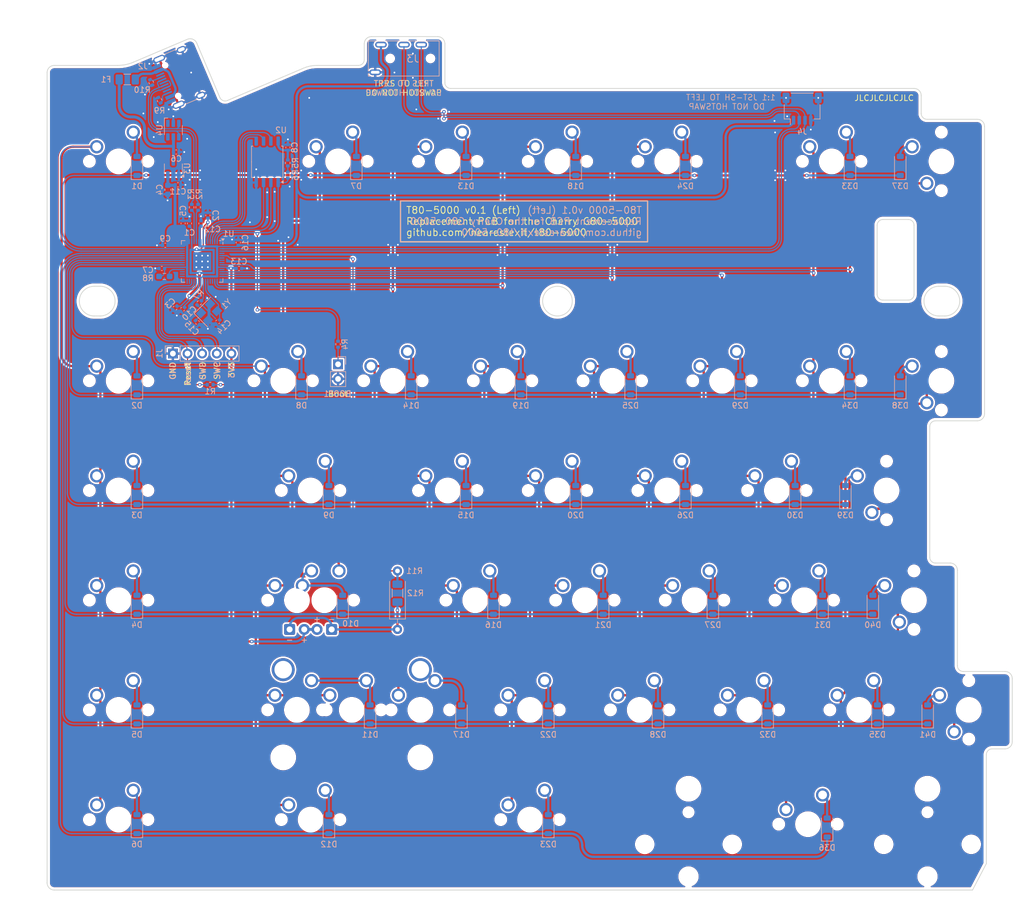
<source format=kicad_pcb>
(kicad_pcb (version 20240108) (generator "pcbnew") (generator_version "8.0")
  (layers (0 "F.Cu" signal) (31 "B.Cu" signal) (34 "B.Paste" user) (35 "F.Paste" user) (36 "B.SilkS" user "B.Silkscreen") (37 "F.SilkS" user "F.Silkscreen") (38 "B.Mask" user) (39 "F.Mask" user) (44 "Edge.Cuts" user))
  (net 0 "")
  (net 1 "+3V3")
  (net 2 "COL0")
  (net 3 "Net-(D1-A)")
  (net 4 "Net-(D2-A)")
  (net 5 "Net-(D3-A)")
  (net 6 "Net-(D4-A)")
  (net 7 "Net-(D5-A)")
  (net 8 "Net-(D6-A)")
  (net 9 "Net-(D7-A)")
  (net 10 "COL1")
  (net 11 "Net-(D8-A)")
  (net 12 "Net-(D9-A)")
  (net 13 "Net-(D10-A)")
  (net 14 "Net-(D11-A)")
  (net 15 "COL2")
  (net 16 "Net-(D12-A)")
  (net 17 "Net-(D13-A)")
  (net 18 "Net-(D14-A)")
  (net 19 "Net-(D15-A)")
  (net 20 "Net-(D16-A)")
  (net 21 "Net-(D17-A)")
  (net 22 "COL3")
  (net 23 "Net-(D18-A)")
  (net 24 "Net-(D19-A)")
  (net 25 "Net-(D20-A)")
  (net 26 "Net-(D21-A)")
  (net 27 "Net-(D22-A)")
  (net 28 "COL4")
  (net 29 "Net-(D23-A)")
  (net 30 "Net-(D24-A)")
  (net 31 "Net-(D25-A)")
  (net 32 "Net-(D26-A)")
  (net 33 "Net-(D27-A)")
  (net 34 "COL5")
  (net 35 "Net-(D28-A)")
  (net 36 "Net-(D29-A)")
  (net 37 "Net-(D30-A)")
  (net 38 "Net-(D31-A)")
  (net 39 "Net-(D32-A)")
  (net 40 "Net-(D33-A)")
  (net 41 "Net-(D34-A)")
  (net 42 "COL6")
  (net 43 "Net-(D35-A)")
  (net 44 "Net-(D36-A)")
  (net 45 "COL7")
  (net 46 "Net-(D37-A)")
  (net 47 "Net-(D38-A)")
  (net 48 "Net-(D39-A)")
  (net 49 "Net-(D40-A)")
  (net 50 "Net-(D41-A)")
  (net 51 "LED_CAPS")
  (net 52 "ROW0")
  (net 53 "ROW1")
  (net 54 "ROW2")
  (net 55 "ROW3")
  (net 56 "ROW4")
  (net 57 "ROW5")
  (net 58 "Net-(LED1-K)")
  (net 59 "Net-(BOOT1-Pin_1)")
  (net 60 "GND")
  (net 61 "+1V1")
  (net 62 "+5V")
  (net 63 "XIN")
  (net 64 "Net-(C15-Pad2)")
  (net 65 "VBUS")
  (net 66 "SWD")
  (net 67 "SWC")
  (net 68 "RESET")
  (net 69 "D-")
  (net 70 "Net-(J2-CC2)")
  (net 72 "Net-(J2-CC1)")
  (net 74 "D+")
  (net 75 "Tx")
  (net 76 "Rx")
  (net 77 "Net-(U1-USB_DP)")
  (net 78 "Net-(U1-USB_DM)")
  (net 79 "Q_CS")
  (net 80 "Net-(R5-Pad1)")
  (net 81 "XOUT")
  (net 82 "LeftHand")
  (net 83 "Q_IO3")
  (net 84 "Q_IO1")
  (net 90 "Q_CLK")
  (net 94 "Q_IO0")
  (net 98 "Q_IO2")
  (footprint "PCM_marbastlib-mx:SW_MX_1u" (layer "F.Cu") (at 230.98125 111.125 90)
    (property "Reference" "MX40")
    (property "Value" "MX_SW_HS")
  )
  (footprint "PCM_marbastlib-mx:SW_MX_1u" (layer "F.Cu") (at 211.93125 111.125)
    (property "Reference" "MX36")
    (property "Value" "MX_SW_HS")
  )
  (footprint "PCM_marbastlib-mx:SW_MX_1u" (layer "F.Cu") (at 140.49375 168.275)
    (property "Reference" "MX19")
    (property "Value" "MX_SW_HS")
  )
  (footprint "PCM_marbastlib-mx:LED_MX_3mm" (layer "F.Cu") (at 119.0625 154.30475 180)
    (property "Reference" "LED2" (hide yes))
    (property "Value" "LED_Small")
  )
  (footprint "PCM_marbastlib-mx:SW_MX_1u" (layer "F.Cu") (at 159.54375 168.275)
    (property "Reference" "MX24")
    (property "Value" "MX_SW_HS")
  )
  (footprint "PCM_marbastlib-mx:SW_MX_1u" (layer "F.Cu") (at 88.10625 149.225)
    (property "Reference" "MX4")
    (property "Value" "MX_SW_HS")
  )
  (footprint "PCM_marbastlib-mx:SW_MX_1u" (layer "F.Cu") (at 145.25625 73.025)
    (property "Reference" "MX15")
    (property "Value" "MX_SW_HS")
  )
  (footprint "PCM_marbastlib-mx:LED_MX_3mm" (layer "F.Cu") (at 123.825 154.30475)
    (property "Reference" "LED1" (hide yes))
    (property "Value" "LED_Small")
  )
  (footprint "PCM_marbastlib-mx:SW_MX_1u" (layer "F.Cu") (at 164.30625 73.025)
    (property "Reference" "MX20")
    (property "Value" "MX_SW_HS")
  )
  (footprint "PCM_marbastlib-mx:SW_MX_1u" (layer "F.Cu") (at 121.44375 187.325)
    (property "Reference" "MX12")
    (property "Value" "MX_SW_HS")
  )
  (footprint "PCM_marbastlib-mx:SW_MX_1u" (layer "F.Cu") (at 226.21875 149.225 90)
    (property "Reference" "MX42")
    (property "Value" "MX_SW_HS")
  )
  (footprint "PCM_marbastlib-mx:SW_MX_1u" (layer "F.Cu") (at 188.11875 149.225)
    (property "Reference" "MX29")
    (property "Value" "MX_SW_HS")
  )
  (footprint "PCM_marbastlib-mx:SW_MX_1u" (layer "F.Cu") (at 211.93125 73.025)
    (property "Reference" "MX35")
    (property "Value" "MX_SW_HS")
  )
  (footprint "PCM_marbastlib-mx:SW_MX_1u" (layer "F.Cu") (at 164.30625 130.175)
    (property "Reference" "MX22")
    (property "Value" "MX_SW_HS")
  )
  (footprint "PCM_marbastlib-mx:SW_MX_1u" (layer "F.Cu") (at 88.10625 73.025)
    (property "Reference" "MX1")
    (property "Value" "MX_SW_HS")
  )
  (footprint "PCM_marbastlib-mx:SW_MX_1u" (layer "F.Cu") (at 88.10625 168.275)
    (property "Reference" "MX5")
    (property "Value" "MX_SW_HS")
  )
  (footprint "g80-5000:STAB_MX_3.5u_5000" (layer "F.Cu") (at 207.81375 188.125 180)
    (property "Reference" "S2" (hide yes))
    (property "Value" "MX_stab")
  )
  (footprint "PCM_marbastlib-mx:SW_MX_1u" (layer "F.Cu") (at 121.44375 130.175)
    (property "Reference" "MX9")
    (property "Value" "MX_SW_HS")
  )
  (footprint "PCM_marbastlib-mx:SW_MX_1u" (layer "F.Cu") (at 119.0625 149.225)
    (property "Reference" "MX10")
    (property "Value" "MX_SW_HS")
  )
  (footprint "PCM_marbastlib-mx:SW_MX_1u" (layer "F.Cu") (at 207.81375 188.125)
    (property "Reference" "MX38")
    (property "Value" "MX_SW_HS")
  )
  (footprint "PCM_marbastlib-mx:SW_MX_1u" (layer "F.Cu") (at 173.83125 111.125)
    (property "Reference" "MX27")
    (property "Value" "MX_SW_HS")
  )
  (footprint "PCM_marbastlib-mx:SW_MX_1u" (layer "F.Cu") (at 150.01875 149.225)
    (property "Reference" "MX18")
    (property "Value" "MX_SW_HS")
  )
  (footprint "PCM_marbastlib-mx:SW_MX_1u" (layer "F.Cu") (at 88.10625 130.175)
    (property "Reference" "MX3")
    (property "Value" "MX_SW_HS")
  )
  (footprint "PCM_marbastlib-mx:SW_MX_1u" (layer "F.Cu") (at 159.54375 187.325)
    (property "Reference" "MX25")
    (property "Value" "MX_SW_HS")
  )
  (footprint "PCM_marbastlib-mx:SW_MX_1u" (layer "F.Cu") (at 88.10625 111.125)
    (property "Reference" "MX2")
    (property "Value" "MX_SW_HS")
  )
  (footprint "PCM_marbastlib-mx:SW_MX_1u" (layer "F.Cu") (at 183.35625 130.175)
    (property "Reference" "MX28")
    (property "Value" "MX_SW_HS")
  )
  (footprint "PCM_marbastlib-mx:STAB_MX_P_2u" (layer "F.Cu") (at 128.5875 168.275)
    (property "Reference" "S1" (hide yes))
    (property "Value" "MX_stab")
  )
  (footprint "PCM_marbastlib-mx:SW_MX_1u" (layer "F.Cu") (at 221.45625 130.175 90)
    (property "Reference" "MX41")
    (property "Value" "MX_SW_HS")
  )
  (footprint "PCM_marbastlib-mx:SW_MX_1u" (layer "F.Cu") (at 126.20625 73.025)
    (property "Reference" "MX7")
    (property "Value" "MX_SW_HS")
  )
  (footprint "PCM_marbastlib-mx:SW_MX_1u" (layer "F.Cu") (at 123.825 149.225)
    (property "Reference" "MX13")
    (property "Value" "MX_SW_HS")
  )
  (footprint "PCM_marbastlib-mx:SW_MX_1u" (layer "F.Cu") (at 207.16875 149.225)
    (property "Reference" "MX33")
    (property "Value" "MX_SW_HS")
  )
  (footprint "PCM_marbastlib-mx:SW_MX_1u" (layer "F.Cu") (at 202.40625 130.175)
    (property "Reference" "MX32")
    (property "Value" "MX_SW_HS")
  )
  (footprint "PCM_marbastlib-mx:SW_MX_1u" (layer "F.Cu") (at 135.73125 111.125)
    (property "Reference" "MX16")
    (property "Value" "MX_SW_HS")
  )
  (footprint "PCM_marbastlib-mx:SW_MX_1u" (layer "F.Cu") (at 88.10625 187.325)
    (property "Reference" "MX6")
    (property "Value" "MX_SW_HS")
  )
  (footprint "PCM_marbastlib-mx:SW_MX_1u" (layer "F.Cu") (at 235.74375 168.275 90)
    (property "Reference" "MX43")
    (property "Value" "MX_SW_HS")
  )
  (footprint "PCM_marbastlib-mx:SW_MX_1u" (layer "F.Cu") (at 197.64375 168.275)
    (property "Reference" "MX34")
    (property "Value" "MX_SW_HS")
  )
  (footprint "PCM_marbastlib-mx:SW_MX_1u" (layer "F.Cu") (at 119.0625 168.275)
    (property "Reference" "MX11")
    (property "Value" "MX_SW_HS")
  )
  (footprint "PCM_marbastlib-mx:SW_MX_1u" (layer "F.Cu") (at 128.5875 168.275)
    (property "Reference" "MX14")
    (property "Value" "MX_SW_HS")
  )
  (footprint "PCM_marbastlib-mx:SW_MX_1u" (layer "F.Cu") (at 230.98125 73.025 90)
    (property "Reference" "MX39")
    (property "Value" "MX_SW_HS")
  )
  (footprint "g80-5000:STAB_MX_5000" (layer "F.Cu") (at 207.81375 188.125)
    (property "Reference" "S3" (hide yes))
    (property "Value" "MX_stab")
  )
  (footprint "PCM_marbastlib-mx:SW_MX_1u" (layer "F.Cu") (at 216.69375 168.275)
    (property "Reference" "MX37")
    (property "Value" "MX_SW_HS")
  )
  (footprint "PCM_marbastlib-mx:SW_MX_1u" (layer "F.Cu") (at 145.25625 130.175)
    (property "Reference" "MX17")
    (property "Value" "MX_SW_HS")
  )
  (footprint "PCM_marbastlib-mx:SW_MX_1u" (layer "F.Cu") (at 192.88125 111.125)
    (property "Reference" "MX31")
    (property "Value" "MX_SW_HS")
  )
  (footprint "PCM_marbastlib-mx:SW_MX_1u" (layer "F.Cu") (at 178.59375 168.275)
    (property "Reference" "MX30")
    (property "Value" "MX_SW_HS")
  )
  (footprint "PCM_marbastlib-mx:SW_MX_1u" (layer "F.Cu") (at 169.06875 149.225)
    (property "Reference" "MX23")
    (property "Value" "MX_SW_HS")
  )
  (footprint "PCM_marbastlib-mx:SW_MX_1u" (layer "F.Cu") (at 116.68125 111.125)
    (property "Reference" "MX8")
    (property "Value" "MX_SW_HS")
  )
  (footprint "PCM_marbastlib-mx:SW_MX_1u" (layer "F.Cu") (at 183.35625 73.025)
    (property "Reference" "MX26")
    (property "Value" "MX_SW_HS")
  )
  (footprint "PCM_marbastlib-mx:SW_MX_1u" (layer "F.Cu") (at 154.78125 111.125)
    (property "Reference" "MX21")
    (property "Value" "MX_SW_HS")
  )
  (footprint "PCM_marbastlib-various:USB_C_Receptacle_HRO_TYPE-C-31-M-12" (layer "B.Cu") (at 99.715483 57.981191 -67)
    (property "Reference" "J2")
    (property "Value" "USB_C_Receptacle_USB2.0")
  )
  (footprint "Connector_JST:JST_SH_SM04B-SRSS-TB_1x04-1MP_P1.00mm_Horizontal" (layer "B.Cu") (at 206.8 63.875)
    (property "Reference" "J4")
    (property "Value" "Conn_01x04")
  )
  (footprint "g80-5000:D_SOD-123-ShiftedSoldermask" (layer "B.Cu") (at 124.61875 188.11875 90)
    (property "Reference" "D12")
    (property "Value" "D_Small")
  )
  (footprint "Capacitor_SMD:C_0402_1005Metric" (layer "B.Cu") (at 102.4 83.8 90)
    (property "Reference" "C12")
    (property "Value" "100n")
  )
  (footprint "Resistor_SMD:R_0402_1005Metric" (layer "B.Cu") (at 95.2 62.4 113)
    (property "Reference" "R9")
    (property "Value" "5.1k")
  )
  (footprint "Package_DFN_QFN:QFN-56-1EP_7x7mm_P0.4mm_EP3.2x3.2mm" (layer "B.Cu") (at 102.6 90.4 180)
    (property "Reference" "U1")
    (property "Value" "RP2040")
  )
  (footprint "Capacitor_SMD:C_0402_1005Metric" (layer "B.Cu") (at 101.8 101 135)
    (property "Reference" "C15")
    (property "Value" "22p")
  )
  (footprint "Resistor_THT:R_Axial_DIN0207_L6.3mm_D2.5mm_P10.16mm_Horizontal" (layer "B.Cu") (at 136.525 154.305 90)
    (property "Reference" "R11")
    (property "Value" "300")
  )
  (footprint "g80-5000:D_SOD-123-ShiftedSoldermask" (layer "B.Cu") (at 157.95625 111.91875 90)
    (property "Reference" "D19")
    (property "Value" "D_Small")
  )
  (footprint "g80-5000:D_SOD-123-ShiftedSoldermask" (layer "B.Cu") (at 119.85625 111.91875 90)
    (property "Reference" "D8")
    (property "Value" "D_Small")
  )
  (footprint "g80-5000:D_SOD-123-ShiftedSoldermask" (layer "B.Cu") (at 147.6375 169.06875 90)
    (property "Reference" "D17")
    (property "Value" "D_Small")
  )
  (footprint "Connector_PinHeader_2.54mm:PinHeader_1x05_P2.54mm_Vertical" (layer "B.Cu") (at 97.525 106.4 -90)
    (property "Reference" "J1")
    (property "Value" "Conn_01x05")
  )
  (footprint "g80-5000:D_SOD-123-ShiftedSoldermask" (layer "B.Cu") (at 177.00625 111.91875 90)
    (property "Reference" "D25")
    (property "Value" "D_Small")
  )
  (footprint "g80-5000:D_SOD-123-ShiftedSoldermask" (layer "B.Cu") (at 223.8375 73.81875 90)
    (property "Reference" "D37")
    (property "Value" "D_Small")
  )
  (footprint "g80-5000:D_SOD-123-ShiftedSoldermask" (layer "B.Cu") (at 196.05625 111.91875 90)
    (property "Reference" "D29")
    (property "Value" "D_Small")
  )
  (footprint "g80-5000:D_SOD-123-ShiftedSoldermask" (layer "B.Cu") (at 153.19375 150.01875 90)
    (property "Reference" "D16")
    (property "Value" "D_Small")
  )
  (footprint "Package_SO:SOIC-8_5.23x5.23mm_P1.27mm" (layer "B.Cu") (at 113.9 73.1 90)
    (property "Reference" "U2")
    (property "Value" "W25Q128JVS")
  )
  (footprint "Resistor_SMD:R_0402_1005Metric" (layer "B.Cu") (at 117.475 75.40625 90)
    (property "Reference" "R6")
    (property "Value" "5.1k")
  )
  (footprint "Capacitor_SMD:C_0402_1005Metric" (layer "B.Cu") (at 105.3 100.9 45)
    (property "Reference" "C14")
    (property "Value" "22p")
  )
  (footprint "g80-5000:D_SOD-123-ShiftedSoldermask" (layer "B.Cu") (at 186.53125 130.96875 90)
    (property "Reference" "D26")
    (property "Value" "D_Small")
  )
  (footprint "g80-5000:D_SOD-123-ShiftedSoldermask" (layer "B.Cu") (at 162.71875 188.11875 90)
    (property "Reference" "D23")
    (property "Value" "D_Small")
  )
  (footprint "Capacitor_SMD:C_0402_1005Metric" (layer "B.Cu") (at 117.5 70.6 90)
    (property "Reference" "C8")
    (property "Value" "100nF")
  )
  (footprint "g80-5000:D_SOD-123-ShiftedSoldermask" (layer "B.Cu") (at 186.53125 73.81875 90)
    (property "Reference" "D24")
    (property "Value" "D_Small")
  )
  (footprint "g80-5000:D_SOD-123-ShiftedSoldermask" (layer "B.Cu") (at 219.86875 169.06875 90)
    (property "Reference" "D35")
    (property "Value" "D_Small")
  )
  (footprint "Capacitor_SMD:C_0402_1005Metric" (layer "B.Cu") (at 99.2 98.7 -135)
    (property "Reference" "C10")
    (property "Value" "100n")
  )
  (footprint "g80-5000:D_SOD-123-ShiftedSoldermask" (layer "B.Cu") (at 228.6 169.06875 90)
    (property "Reference" "D41")
    (property "Value" "D_Small")
  )
  (footprint "g80-5000:D_SOD-123-ShiftedSoldermask" (layer "B.Cu") (at 167.48125 130.96875 90)
    (property "Reference" "D20")
    (property "Value" "D_Small")
  )
  (footprint "g80-5000:D_SOD-123-ShiftedSoldermask" (layer "B.Cu") (at 191.29375 150.01875 90)
    (property "Reference" "D27")
    (property "Value" "D_Small")
  )
  (footprint "Capacitor_SMD:C_0402_1005Metric" (layer "B.Cu") (at 99.3 83.8 90)
    (property "Reference" "C5")
    (property "Value" "1u")
  )
  (footprint "Resistor_SMD:R_0402_1005Metric" (layer "B.Cu") (at 126.20625 104.775 90)
    (property "Reference" "R4")
    (property "Value" "1k")
  )
  (footprint "Resistor_SMD:R_1206_3216Metric_Pad1.30x1.75mm_HandSolder" (layer "B.Cu") (at 136.525 148 90)
    (property "Reference" "R12")
    (property "Value" "300")
  )
  (footprint "Resistor_SMD:R_0402_1005Metric" (layer "B.Cu") (at 100.8 81 90)
    (property "Reference" "R3")
    (property "Value" "27R")
  )
  (footprint "Capacitor_SMD:C_0402_1005Metric" (layer "B.Cu") (at 97.9 98.5 -135)
    (property "Reference" "C3")
    (property "Value" "100n")
  )
  (footprint "g80-5000:D_SOD-123-ShiftedSoldermask" (layer "B.Cu") (at 124.61875 130.96875 90)
    (property "Reference" "D9")
    (property "Value" "D_Small")
  )
  (footprint "g80-5000:D_SOD-123-ShiftedSoldermask" (layer "B.Cu") (at 91.28125 73.81875 90)
    (property "Reference" "D1")
    (property "Value" "D_Small")
  )
  (footprint "g80-5000:D_SOD-123-ShiftedSoldermask" (layer "B.Cu") (at 172.24375 150.01875 90)
    (property "Reference" "D21")
    (property "Value" "D_Small")
  )
  (footprint "Resistor_SMD:R_0402_1005Metric" (layer "B.Cu") (at 101.9 81 -90)
    (property "Reference" "R2")
    (property "Value" "27R")
  )
  (footprint "g80-5000:D_SOD-123-ShiftedSoldermask" (layer "B.Cu") (at 148.43125 130.96875 90)
    (property "Reference" "D15")
    (property "Value" "D_Small")
  )
  (footprint "Capacitor_SMD:C_0402_1005Metric" (layer "B.Cu") (at 109 91.61)
    (property "Reference" "C13")
    (property "Value" "100n")
  )
  (footprint "g80-5000:D_SOD-123-ShiftedSoldermask" (layer "B.Cu") (at 215.10625 73.81875 90)
    (property "Reference" "D33")
    (property "Value" "D_Small")
  )
  (footprint "g80-5000:D_SOD-123-ShiftedSoldermask" (layer "B.Cu") (at 210.34375 150.01875 90)
    (property "Reference" "D31")
    (property "Value" "D_Small")
  )
  (footprint "g80-5000:D_SOD-123-ShiftedSoldermask" (layer "B.Cu") (at 131.7625 169.06875 90)
    (property "Reference" "D11")
    (property "Value" "D_Small")
  )
  (footprint "Capacitor_SMD:C_0402_1005Metric" (layer "B.Cu") (at 100.4 83.8 90)
    (property "Reference" "C1")
    (property "Value" "1u")
  )
  (footprint "PCM_marbastlib-various:SOT-23-6-routable" (layer "B.Cu") (at 97.6 67.6 -90)
    (property "Reference" "U4")
    (property "Value" "SRV05-4")
  )
  (footprint "g80-5000:D_SOD-123-ShiftedSoldermask" (layer "B.Cu") (at 129.38125 73.81875 90)
    (property "Reference" "D7")
    (property "Value" "D_Small")
  )
  (footprint "Capacitor_SMD:C_0603_1608Metric" (layer "B.Cu") (at 96.65 77.95 -90)
    (property "Reference" "C4")
    (property "Value" "10u")
  )
  (footprint "g80-5000:D_SOD-123-ShiftedSoldermask" (layer "B.Cu") (at 205.58125 130.96875 90)
    (property "Reference" "D30")
    (property "Value" "D_Small")
  )
  (footprint "g80-5000:D_SOD-123-ShiftedSoldermask" (layer "B.Cu") (at 214.3125 130.96875 90)
    (property "Reference" "D39")
    (property "Value" "D_Small")
  )
  (footprint "Resistor_SMD:R_0603_1608Metric_Pad0.98x0.95mm_HandSolder" (layer "B.Cu") (at 96.04375 93 180)
    (property "Reference" "R8")
    (property "Value" "5.1k")
  )
  (footprint "Capacitor_SMD:C_0402_1005Metric" (layer "B.Cu") (at 95.6 91.61 180)
    (property "Reference" "C7")
    (property "Value" "100n")
  )
  (footprint "Capacitor_SMD:C_0402_1005Metric" (layer "B.Cu") (at 108.874174 87.125793 90)
    (property "Reference" "C16")
    (property "Value" "100n")
  )
  (footprint "Package_TO_SOT_SMD:SOT-23-3" (layer "B.Cu") (at 97.6 74.25 90)
    (property "Reference" "U3")
    (property "Value" "XC6206PxxxMR")
  )
  (footprint "Resistor_SMD:R_0402_1005Metric" (layer "B.Cu") (at 93.76265 59.313023 -67)
    (property "Reference" "R10")
    (property "Value" "5.1k")
  )
  (footprint "g80-5000:AUDIO-TH_XKB_PJ-320A" (layer "B.Cu") (at 136.65675 55.155 180)
    (property "Reference" "J3")
    (property "Value" "AudioJack4")
  )
  (footprint "g80-5000:D_SOD-123-ShiftedSoldermask" (layer "B.Cu") (at 138.90625 111.91875 90)
    (property "Reference" "D14")
    (property "Value" "D_Small")
  )
  (footprint "g80-5000:D_SOD-123-ShiftedSoldermask" (layer "B.Cu") (at 215.10625 111.91875 90)
    (property "Reference" "D34")
    (property "Value" "D_Small")
  )
  (footprint "Crystal:Crystal_SMD_3225-4Pin_3.2x2.5mm" (layer "B.Cu") (at 103.8 99.2 45)
    (property "Reference" "Y1")
    (property "Value" "Crystal_GND24")
  )
  (footprint "g80-5000:D_SOD-123-ShiftedSoldermask" (layer "B.Cu") (at 127 150.01875 90)
    (property "Reference" "D10")
    (property "Value" "D_Small")
  )
  (footprint "g80-5000:D_SOD-123-ShiftedSoldermask" (layer "B.Cu") (at 211.1375 188.7125 90)
    (property "Reference" "D36")
    (property "Value" "D_Small")
  )
  (footprint "Resistor_SMD:R_0402_1005Metric" (layer "B.Cu") (at 104 111.8)
    (property "Reference" "R1")
    (property "Value" "5.1k")
  )
  (footprint "g80-5000:D_SOD-123-ShiftedSoldermask" (layer "B.Cu") (at 91.28125 188.11875 90)
    (property "Reference" "D6")
    (property "Value" "D_Small")
  )
  (footprint "g80-5000:D_SOD-123-ShiftedSoldermask" (layer "B.Cu") (at 91.28125 111.91875 90)
    (property "Reference" "D2")
    (property "Value" "D_Small")
  )
  (footprint "Fuse:Fuse_1206_3216Metric" (layer "B.Cu") (at 89.6 58.8 180)
    (property "Reference" "F1")
    (property "Value" "500mA")
  )
  (footprint "g80-5000:D_SOD-123-ShiftedSoldermask" (layer "B.Cu") (at 200.81875 169.06875 90)
    (property "Reference" "D32")
    (property "Value" "D_Small")
  )
  (footprint "Capacitor_SMD:C_0402_1005Metric" (layer "B.Cu") (at 98.4 77.1)
    (property "Reference" "C11")
    (property "Value" "1u")
  )
  (footprint "Capacitor_SMD:C_0402_1005Metric" (layer "B.Cu") (at 98.1 71.4)
    (property "Reference" "C6")
    (property "Value" "1u")
  )
  (footprint "g80-5000:D_SOD-123-ShiftedSoldermask" (layer "B.Cu") (at 223.8375 111.91875 90)
    (property "Reference" "D38")
    (property "Value" "D_Small")
  )
  (footprint "Capacitor_SMD:C_0402_1005Metric" (layer "B.Cu") (at 103.6 82.4 90)
    (property "Reference" "C2")
    (property "Value" "100n")
  )
  (footprint "g80-5000:D_SOD-123-ShiftedSoldermask" (layer "B.Cu") (at 181.76875 169.06875 90)
    (property "Reference" "D28")
    (property "Value" "D_Small")
  )
  (footprint "g80-5000:D_SOD-123-ShiftedSoldermask" (layer "B.Cu") (at 162.71875 169.06875 90)
    (property "Reference" "D22")
    (property "Value" "D_Small")
  )
  (footprint "g80-5000:D_SOD-123-ShiftedSoldermask" (layer "B.Cu") (at 91.28125 130.96875 90)
    (property "Reference" "D3")
    (property "Value" "D_Small")
  )
  (footprint "g80-5000:D_SOD-123-ShiftedSoldermask" (layer "B.Cu") (at 148.43125 73.81875 90)
    (property "Reference" "D13")
    (property "Value" "D_Small")
  )
  (footprint "g80-5000:D_SOD-123-ShiftedSoldermask" (layer "B.Cu") (at 91.28125 169.06875 90)
    (property "Reference" "D5")
    (property "Value" "D_Small")
  )
  (footprint "g80-5000:D_SOD-123-ShiftedSoldermask" (layer "B.Cu") (at 219.075 150.01875 90)
    (property "Reference" "D40")
    (property "Value" "D_Small")
  )
  (footprint "g80-5000:D_SOD-123-ShiftedSoldermask" (layer "B.Cu") (at 91.28125 150.01875 90)
    (property "Reference" "D4")
    (property "Value" "D_Small")
  )
  (footprint "Resistor_SMD:R_0402_1005Metric" (layer "B.Cu") (at 102.1 97.6 45)
    (property "Reference" "R7")
    (property "Value" "1k")
  )
  (footprint "Resistor_SMD:R_0402_1005Metric" (layer "B.Cu") (at 117.475 73.3 90)
    (property "Reference" "R5")
    (property "Value" "5.1k")
  )
  (footprint "Connector_PinHeader_2.54mm:PinHeader_1x02_P2.54mm_Vertical" (layer "B.Cu") (at 126.20625 108.2625 180)
    (property "Reference" "BOOT1")
    (property "Value" "Conn_01x02")
  )
  (footprint "g80-5000:D_SOD-123-ShiftedSoldermask" (layer "B.Cu") (at 167.48125 73.81875 90)
    (property "Reference" "D18")
    (property "Value" "D_Small")
  )
  (footprint "Capacitor_SMD:C_0402_1005Metric" (layer "B.Cu") (at 96.2 87.59 180)
    (property "Reference" "C9")
    (property "Value" "100n")
  )
  (gr_arc (start 243.29125 173.795027) (mid 242.925134 174.678908) (end 242.041253 175.045027) (stroke (width 0.13)) (layer "Edge.Cuts"))
  (gr_line (start 122.580414 56.355027) (end 129.756253 56.355027) (stroke (width 0.13)) (layer "Edge.Cuts"))
  (gr_line (start 228.96125 119.075027) (end 228.96125 141.775027) (stroke (width 0.13)) (layer "Edge.Cuts"))
  (gr_arc (start 219.83125 84.115027) (mid 220.124144 83.407918) (end 220.831253 83.115027) (stroke (width 0.13)) (layer "Edge.Cuts"))
  (gr_line (start 130.75625 55.355027) (end 130.75625 52.605027) (stroke (width 0.13)) (layer "Edge.Cuts"))
  (gr_arc (start 231.586253 94.715027) (mid 234.161253 97.290027) (end 231.586253 99.865027) (stroke (width 0.13)) (layer "Edge.Cuts"))
  (gr_arc (start 229.961253 142.775027) (mid 229.254146 142.482134) (end 228.961253 141.775027) (stroke (width 0.13)) (layer "Edge.Cuts"))
  (gr_arc (start 130.75625 52.605027) (mid 131.122367 51.721141) (end 132.006253 51.355027) (stroke (width 0.13)) (layer "Edge.Cuts"))
  (gr_arc (start 238.48125 116.825027) (mid 238.115134 117.708908) (end 237.231253 118.075027) (stroke (width 0.13)) (layer "Edge.Cuts"))
  (gr_line (start 144.756253 52.605027) (end 144.75625 52.605027) (stroke (width 0.13)) (layer "Edge.Cuts"))
  (gr_line (start 230.536253 94.715027) (end 231.586253 94.715027) (stroke (width 0.13)) (layer "Edge.Cuts"))
  (gr_arc (start 226.23125 96.115027) (mid 225.938358 96.822132) (end 225.231253 97.115027) (stroke (width 0.13)) (layer "Edge.Cuts"))
  (gr_line (start 233.76125 144.025027) (end 233.76125 160.605027) (stroke (width 0.13)) (layer "Edge.Cuts"))
  (gr_arc (start 83.856253 99.865027) (mid 81.281253 97.290027) (end 83.856253 94.715027) (stroke (width 0.13)) (layer "Edge.Cuts"))
  (gr_line (start 233.761253 144.025027) (end 233.76125 144.025027) (stroke (width 0.13)) (layer "Edge.Cuts"))
  (gr_line (start 236.39125 199.565027) (end 238.79125 194.965027) (stroke (width 0.13)) (layer "Edge.Cuts"))
  (gr_arc (start 130.75625 55.355027) (mid 130.463358 56.062132) (end 129.756253 56.355027) (stroke (width 0.13)) (layer "Edge.Cuts"))
  (gr_arc (start 228.96125 119.075027) (mid 229.254144 118.367918) (end 229.961253 118.075027) (stroke (width 0.13)) (layer "Edge.Cuts"))
  (gr_line (start 225.231253 97.115027) (end 220.831253 97.115027) (stroke (width 0.13)) (layer "Edge.Cuts"))
  (gr_line (start 230.536253 99.865027) (end 231.586253 99.865027) (stroke (width 0.13)) (layer "Edge.Cuts"))
  (gr_arc (start 237.231253 65.715027) (mid 238.115136 66.081144) (end 238.481253 66.965027) (stroke (width 0.13)) (layer "Edge.Cuts"))
  (gr_arc (start 76.931253 199.565027) (mid 76.04737 199.19891) (end 75.681253 198.315027) (stroke (width 0.13)) (layer "Edge.Cuts"))
  (gr_line (start 219.83125 96.115027) (end 219.83125 84.115027) (stroke (width 0.13)) (layer "Edge.Cuts"))
  (gr_line (start 144.756253 59.355027) (end 144.75625 59.355027) (stroke (width 0.13)) (layer "Edge.Cuts"))
  (gr_arc (start 242.041253 161.605027) (mid 242.925136 161.971144) (end 243.291253 162.855027) (stroke (width 0.13)) (layer "Edge.Cuts"))
  (gr_line (start 120.2231 56.831977) (end 106.988982 62.449527) (stroke (width 0.13)) (layer "Edge.Cuts"))
  (gr_arc (start 232.511253 142.775027) (mid 233.395136 143.141144) (end 233.761253 144.025027) (stroke (width 0.13)) (layer "Edge.Cuts"))
  (gr_line (start 238.48125 66.965027) (end 238.48125 116.825027) (stroke (width 0.13)) (layer "Edge.Cuts"))
  (gr_line (start 132.006253 51.355027) (end 143.506253 51.355027) (stroke (width 0.13)) (layer "Edge.Cuts"))
  (gr_arc (start 75.68125 57.605027) (mid 76.047367 56.721141) (end 76.931253 56.355027) (stroke (width 0.13)) (layer "Edge.Cuts"))
  (gr_line (start 105.677731 61.91976) (end 101.669692 52.477412) (stroke (width 0.13)) (layer "Edge.Cuts"))
  (gr_line (start 219.831253 96.115027) (end 219.83125 96.115027) (stroke (width 0.13)) (layer "Edge.Cuts"))
  (gr_arc (start 234.761253 161.605027) (mid 234.054146 161.312134) (end 233.761253 160.605027) (stroke (width 0.13)) (layer "Edge.Cuts"))
  (gr_line (start 233.761253 160.605027) (end 233.76125 160.605027) (stroke (width 0.13)) (layer "Edge.Cuts"))
  (gr_line (start 226.23125 84.115027) (end 226.23125 96.115027) (stroke (width 0.13)) (layer "Edge.Cuts"))
  (gr_arc (start 228.481253 65.715027) (mid 227.774146 65.422134) (end 227.481253 64.715027) (stroke (width 0.13)) (layer "Edge.Cuts"))
  (gr_arc (start 226.231253 60.355027) (mid 227.115136 60.721144) (end 227.481253 61.605027) (stroke (width 0.13)) (layer "Edge.Cuts"))
  (gr_line (start 76.931253 56.355027) (end 87.931253 56.355027) (stroke (width 0.13)) (layer "Edge.Cuts"))
  (gr_line (start 238.79125 176.045027) (end 238.79125 194.965027) (stroke (width 0.13)) (layer "Edge.Cuts"))
  (gr_arc (start 120.2231 56.831977) (mid 121.377614 56.474173) (end 122.580414 56.355027) (stroke (width 0.13)) (layer "Edge.Cuts"))
  (gr_line (start 144.75625 52.605027) (end 144.75625 59.355027) (stroke (width 0.13)) (layer "Edge.Cuts"))
  (gr_arc (start 238.79125 176.045027) (mid 239.084144 175.337918) (end 239.791253 175.045027) (stroke (width 0.13)) (layer "Edge.Cuts"))
  (gr_arc (start 90.66637 55.79856) (mid 89.326828 56.214499) (end 87.931253 56.355027) (stroke (width 0.13)) (layer "Edge.Cuts"))
  (gr_line (start 220.831253 83.115027) (end 225.231253 83.115027) (stroke (width 0.13)) (layer "Edge.Cuts"))
  (gr_line (start 227.481253 61.605027) (end 227.48125 61.605027) (stroke (width 0.13)) (layer "Edge.Cuts"))
  (gr_line (start 227.48125 64.715027) (end 227.48125 61.605027) (stroke (width 0.13)) (layer "Edge.Cuts"))
  (gr_arc (start 230.536253 99.865027) (mid 227.961253 97.290027) (end 230.536253 94.715027) (stroke (width 0.13)) (layer "Edge.Cuts"))
  (gr_line (start 237.231253 118.075027) (end 229.961253 118.075027) (stroke (width 0.13)) (layer "Edge.Cuts"))
  (gr_line (start 228.481253 65.715027) (end 237.231253 65.715027) (stroke (width 0.13)) (layer "Edge.Cuts"))
  (gr_line (start 100.033758 51.82234) (end 90.66637 55.79856) (stroke (width 0.13)) (layer "Edge.Cuts"))
  (gr_line (start 243.29125 162.855027) (end 243.29125 173.795027) (stroke (width 0.13)) (layer "Edge.Cuts"))
  (gr_line (start 83.856253 94.715027) (end 84.906253 94.715027) (stroke (width 0.13)) (layer "Edge.Cuts"))
  (gr_line (start 75.68125 57.605027) (end 75.68125 198.315027) (stroke (width 0.13)) (layer "Edge.Cuts"))
  (gr_circle (center 164.30625 97.290027) (end 166.88125 97.290027) (stroke (width 0.13)) (fill none) (layer "Edge.Cuts"))
  (gr_line (start 76.931253 199.565027) (end 236.39125 199.565027) (stroke (width 0.13)) (layer "Edge.Cuts"))
  (gr_line (start 238.481253 66.965027) (end 238.48125 66.965027) (stroke (width 0.13)) (layer "Edge.Cuts"))
  (gr_arc (start 220.831253 97.115027) (mid 220.124146 96.822134) (end 219.831253 96.115027) (stroke (width 0.13)) (layer "Edge.Cuts"))
  (gr_line (start 226.231253 84.115027) (end 226.23125 84.115027) (stroke (width 0.13)) (layer "Edge.Cuts"))
  (gr_line (start 242.041253 175.045027) (end 239.791253 175.045027) (stroke (width 0.13)) (layer "Edge.Cuts"))
  (gr_line (start 227.481253 64.715027) (end 227.48125 64.715027) (stroke (width 0.13)) (layer "Edge.Cuts"))
  (gr_line (start 243.291253 162.855027) (end 243.29125 162.855027) (stroke (width 0.13)) (layer "Edge.Cuts"))
  (gr_line (start 75.681253 198.315027) (end 75.68125 198.315027) (stroke (width 0.13)) (layer "Edge.Cuts"))
  (gr_line (start 234.761253 161.605027) (end 242.041253 161.605027) (stroke (width 0.13)) (layer "Edge.Cuts"))
  (gr_arc (start 145.756253 60.355027) (mid 145.049146 60.062134) (end 144.756253 59.355027) (stroke (width 0.13)) (layer "Edge.Cuts"))
  (gr_line (start 229.961253 142.775027) (end 232.511253 142.775027) (stroke (width 0.13)) (layer "Edge.Cuts"))
  (gr_arc (start 143.506253 51.355027) (mid 144.390136 51.721144) (end 144.756253 52.605027) (stroke (width 0.13)) (layer "Edge.Cuts"))
  (gr_line (start 228.961253 141.775027) (end 228.96125 141.775027) (stroke (width 0.13)) (layer "Edge.Cuts"))
  (gr_line (start 83.856253 99.865027) (end 84.906253 99.865027) (stroke (width 0.13)) (layer "Edge.Cuts"))
  (gr_arc (start 225.231253 83.115027) (mid 225.93836 83.40792) (end 226.231253 84.115027) (stroke (width 0.13)) (layer "Edge.Cuts"))
  (gr_line (start 145.756253 60.355027) (end 226.231253 60.355027) (stroke (width 0.13)) (layer "Edge.Cuts"))
  (gr_arc (start 100.033758 51.82234) (mid 100.986801 51.812547) (end 101.669692 52.477412) (stroke (width 0.13)) (layer "Edge.Cuts"))
  (gr_arc (start 106.988982 62.449527) (mid 106.223646 62.456205) (end 105.677731 61.91976) (stroke (width 0.13)) (layer "Edge.Cuts"))
  (gr_arc (start 84.906253 94.715027) (mid 87.481253 97.290027) (end 84.906253 99.865027) (stroke (width 0.13)) (layer "Edge.Cuts"))
  (gr_text "DO NOT HOTSWAP" (at 193.7 64.1 -0) (layer "B.SilkS") (effects (font (size 1 1) (thickness 0.125)) (justify bottom mirror)))
  (gr_text "SWD" (at 103.3 107.8 90) (layer "B.SilkS") (effects (font (size 1 1)) (justify left bottom mirror)))
  (gr_text "TRRS TO LEFT\nDO NOT HOTSWAP" (at 137.6 61.7 0) (layer "B.SilkS") (effects (font (size 1 1) (thickness 0.125)) (justify bottom mirror)))
  (gr_text "Reset" (at 100.7 107.7 90) (layer "B.SilkS") (effects (font (size 1 1)) (justify left bottom mirror)))
  (gr_text "3V3" (at 108.3 107.8 90) (layer "B.SilkS") (effects (font (size 1 1)) (justify left bottom mirror)))
  (gr_text "GND" (at 98.1 107.8 90) (layer "B.SilkS") (effects (font (size 1 1)) (justify left bottom mirror)))
  (gr_text "SWC" (at 105.8 107.7 90) (layer "B.SilkS") (effects (font (size 1 1)) (justify left bottom mirror)))
  (gr_text "1:1 JST-SH TO LEFT" (at 194.4 62.5 0) (layer "B.SilkS") (effects (font (size 1 1) (thickness 0.125)) (justify bottom mirror)))
  (gr_text "JLCJLCJLCJLC" (at 215.8 62.6 0) (layer "F.SilkS") (effects (font (size 1 1)) (justify left bottom)))
  (gr_text "SWD" (at 103.3 111 90) (layer "F.SilkS") (effects (font (size 1 1)) (justify left bottom)))
  (gr_text "Reset" (at 100.7 112.1 90) (layer "F.SilkS") (effects (font (size 1 1)) (justify left bottom)))
  (gr_text "TRRS TO LEFT\nDO NOT HOTSWAP" (at 137.6 61.7 0) (layer "F.SilkS") (effects (font (size 1 1) (thickness 0.125)) (justify bottom)))
  (gr_text "SWC" (at 105.8 111 90) (layer "F.SilkS") (effects (font (size 1 1)) (justify left bottom)))
  (gr_text "Boot" (at 124.4 114 0) (layer "F.SilkS") (effects (font (size 1 1)) (justify left bottom)))
  (gr_text "3V3" (at 108.3 110.7 90) (layer "F.SilkS") (effects (font (size 1 1)) (justify left bottom)))
  (gr_text "GND" (at 98.1 111 90) (layer "F.SilkS") (effects (font (size 1 1)) (justify left bottom)))
  (gr_text_box "T80-5000 v0.1 (Left)\nReplacement PCB for the Cherry G80-5000\ngithub.com/nearestexit/t80-5000" (start 137.05 79.9) (end 179.95 87) (layer "B.SilkS") (effects (font (size 1.2 1.2)) (justify left top mirror)) (border yes) (stroke (width 0.2)))
  (gr_text_box "T80-5000 v0.1 (Left)\nReplacement PCB for the Cherry G80-5000\ngithub.com/nearestexit/t80-5000" (start 137.05 79.9) (end 179.95 87) (layer "F.SilkS") (effects (font (size 1.2 1.2)) (justify left top)) (border yes) (stroke (width 0.2)))
  (segment (start 107.685 106.4) (end 107.685 154.4) (width 0.4) (layer "F.Cu") (net 1))
  (segment (start 107.685 91.6) (end 107.6 91.6) (width 0.4) (layer "F.Cu") (net 1))
  (segment (start 107.685 106.4) (end 107.685 91.6) (width 0.4) (layer "F.Cu") (net 1))
  (segment (start 105.8 111.8) (end 106.085 111.8) (width 0.2) (layer "F.Cu") (net 1))
  (segment (start 108.2 106.4) (end 107.685 106.4) (width 0.4) (layer "F.Cu") (net 1))
  (segment (start 109.685 156.4) (end 111.21875 156.4) (width 0.4) (layer "F.Cu") (net 1))
  (via (at 107.6 91.6) (size 0.6) (drill 0.3) (layers "F.Cu" "B.Cu") (net 1))
  (via (at 111.21875 156.4) (size 0.6) (drill 0.3) (layers "F.Cu" "B.Cu") (net 1))
  (via (at 105.8 111.8) (size 0.6) (drill 0.3) (layers "F.Cu" "B.Cu") (net 1))
  (arc (start 107.685 110.2) (mid 107.216371 111.331371) (end 106.085 111.8) (width 0.2) (layer "F.Cu") (net 1))
  (arc (start 107.685 154.4) (mid 108.270786 155.814214) (end 109.685 156.4) (width 0.4) (layer "F.Cu") (net 1))
  (segment (start 96.68 87.59) (end 96.89 87.8) (width 0.2) (layer "B.Cu") (net 1))
  (segment (start 102.60182 93.10182) (end 102.70364 93) (width 0.2) (layer "B.Cu") (net 1))
  (segment (start 99.539411 98.063605) (end 101.784924 95.818092) (width 0.2) (layer "B.Cu") (net 1))
  (segment (start 105.2 93) (end 105.2 91.4) (width 0.4) (layer "B.Cu") (net 1))
  (segment (start 101.80364 93.1) (end 101.75 93.1) (width 0.2) (layer "B.Cu") (net 1))
  (segment (start 105.2 87.8) (end 102.45 87.8) (width 0.4) (layer "B.Cu") (net 1))
  (segment (start 96.65 77.175) (end 97.845 77.175) (width 0.5) (layer "B.Cu") (net 1))
  (segment (start 96.65 77.175) (end 96.65 75.3875) (width 0.5) (layer "B.Cu") (net 1))
  (segment (start 108.874174 87.8) (end 108.874174 87.605793) (width 0.2) (layer "B.Cu") (net 1))
  (segment (start 102.4 87.75) (end 102.45 87.8) (width 0.2) (layer "B.Cu") (net 1))
  (segment (start 119 62) (end 119 72.08) (width 0.4) (layer "B.Cu") (net 1))
  (segment (start 102.15 84.53) (end 102.4 84.28) (width 0.4) (layer "B.Cu") (net 1))
  (segment (start 102.4 93.8375) (end 102.4 93.30364) (width 0.2) (layer "B.Cu") (net 1))
  (segment (start 102.70364 93) (end 102.75 93) (width 0.2) (layer "B.Cu") (net 1))
  (segment (start 108.52 91.6) (end 108.52 91.61) (width 0.4) (layer "B.Cu") (net 1))
  (segment (start 100 93) (end 101.65 93) (width 0.4) (layer "B.Cu") (net 1))
  (segment (start 134.8 57.414214) (end 134.8 58) (width 0.4) (layer "B.Cu") (net 1))
  (segment (start 106.0375 91.4) (end 105.2 91.4) (width 0.2) (layer "B.Cu") (net 1))
  (segment (start 102.45 87.8) (end 102.15 87.8) (width 0.4) (layer "B.Cu") (net 1))
  (segment (start 102.75 93) (end 104.05 93) (width 0.4) (layer "B.Cu") (net 1))
  (segment (start 107.6 91.6) (end 108.52 91.6) (width 0.4) (layer "B.Cu") (net 1))
  (segment (start 111.21875 156.4) (end 118.7325 156.4) (width 0.4) (layer "B.Cu") (net 1))
  (segment (start 119 77) (end 119 77.3) (width 0.4) (layer "B.Cu") (net 1))
  (segment (start 96.08 92.2) (end 96.08 91.61) (width 0.2) (layer "B.Cu") (net 1))
  (segment (start 121 79.3) (end 191.5 79.3) (width 0.4) (layer "B.Cu") (net 1))
  (segment (start 97.9 84.3) (end 97.68 84.3) (width 0.5) (layer "B.Cu") (net 1))
  (segment (start 106.0375 91.4) (end 108.52 91.4) (width 0.2) (layer "B.Cu") (net 1))
  (segment (start 99.1625 91.4) (end 99.95 91.4) (width 0.2) (layer "B.Cu") (net 1))
  (segment (start 108.874174 87.605793) (end 117 87.605793) (width 0.4) (layer "B.Cu") (net 1))
  (segment (start 102.4 93.30364) (end 102.60182 93.10182) (width 0.2) (layer "B.Cu") (net 1))
  (segment (start 97.845 77.175) (end 97.92 77.1) (width 0.5) (layer "B.Cu") (net 1))
  (segment (start 99.95 91.4) (end 100 91.45) (width 0.2) (layer "B.Cu") (net 1))
  (segment (start 120.3325 154.30475) (end 122.555 154.30475) (width 0.5) (layer "B.Cu") (net 1))
  (segment (start 132.8 60) (end 121 60) (width 0.4) (layer "B.Cu") (net 1))
  (segment (start 205.3 65.875) (end 205.3 65.9) (width 0.4) (layer "B.Cu") (net 1))
  (segment (start 106.0375 87.8) (end 105.2 87.8) (width 0.2) (layer "B.Cu") (net 1))
  (segment (start 96.65 77.175) (end 97.9 77.175) (width 0.5) (layer "B.Cu") (net 1))
  (segment (start 117.475 71.08) (end 117.5 71.08) (width 0.4) (layer "B.Cu") (net 1))
  (segment (start 99.3 84.3) (end 99.3 84.28) (width 0.5) (layer "B.Cu") (net 1))
  (segment (start 104.05 93) (end 105.2 93) (width 0.4) (layer "B.Cu") (net 1))
  (segment (start 96.89 87.8) (end 99.1625 87.8) (width 0.2) (layer "B.Cu") (net 1))
  (segment (start 193.5 68.9) (end 193.5 77.3) (width 0.4) (layer "B.Cu") (net 1))
  (segment (start 108.52 91.4) (end 108.52 91.61) (width 0.2) (layer "B.Cu") (net 1))
  (segment (start 106.0375 87.8) (end 108.874174 87.8) (width 0.2) (layer "B.Cu") (net 1))
  (segment (start 102.4 93.8375) (end 102.4 93.3) (width 0.2) (layer "B.Cu") (net 1))
  (segment (start 204.3 66.9) (end 195.5 66.9) (width 0.4) (layer "B.Cu") (net 1))
  (segment (start 95.21875 93) (end 95.28 93) (width 0.2) (layer "B.Cu") (net 1))
  (segment (start 119 77) (end 119 72.08) (width 0.4) (layer "B.Cu") (net 1))
  (segment (start 97.9 84.3) (end 99.3 84.3) (width 0.5) (layer "B.Cu") (net 1))
  (segment (start 102.200002 93.100002) (end 101.803642 93.100002) (width 0.2) (layer "B.Cu") (net 1))
  (segment (start 100 86.9625) (end 100 91.45) (width 0.4) (layer "B.Cu") (net 1))
  (segment (start 97.9 77.12) (end 97.92 77.1) (width 0.5) (layer "B.Cu") (net 1))
  (segment (start 102.4 93.3) (end 102.200002 93.100002) (width 0.2) (layer "B.Cu") (net 1))
  (segment (start 119 85.605793) (end 119 77) (width 0.4) (layer "B.Cu") (net 1))
  (segment (start 102.15 87.8) (end 102.15 84.53) (width 0.4) (layer "B.Cu") (net 1))
  (segment (start 108.52 91.61) (end 107 91.61) (width 0.4) (layer "B.Cu") (net 1))
  (segment (start 100 91.45) (end 100 93) (width 0.4) (layer "B.Cu") (net 1))
  (segment (start 133.65675 52.755) (end 133.65675 55.442536) (width 0.4) (layer "B.Cu") (net 1))
  (segment (start 104.51 111.8) (end 105.8 111.8) (width 0.2) (layer "B.Cu") (net 1))
  (segment (start 117.475 72.79) (end 117.475 71.08) (width 0.4) (layer "B.Cu") (net 1))
  (segment (start 107 91.61) (end 107 91.6) (width 0.4) (layer "B.Cu") (net 1))
  (segment (start 116.805 71.08) (end 117.5 71.08) (width 0.4) (layer "B.Cu") (net 1))
  (segment (start 115.805 69.5) (end 115.805 70.08) (width 0.4) (layer "B.Cu") (net 1))
  (segment (start 99.1625 91.4) (end 96.29 91.4) (width 0.2) (layer "B.Cu") (net 1))
  (segment (start 120.3325 154.8) (end 120.3325 154.30475) (width 0.4) (layer "B.Cu") (net 1))
  (segment (start 102.4 86.9625) (end 102.4 87.75) (width 0.2) (layer "B.Cu") (net 1))
  (segment (start 96.29 91.4) (end 96.08 91.61) (width 0.2) (layer "B.Cu") (net 1))
  (segment (start 101.75 93.1) (end 101.65 93) (width 0.2) (layer "B.Cu") (net 1))
  (segment (start 102.4 94.333168) (end 102.4 93.8375) (width 0.2) (layer "B.Cu") (net 1))
  (segment (start 105.2 91.4) (end 105.2 87.8) (width 0.4) (layer "B.Cu") (net 1))
  (segment (start 117.5 71.08) (end 118 71.08) (width 0.4) (layer "B.Cu") (net 1))
  (segment (start 101.803642 93.100002) (end 101.80364 93.1) (width 0.2) (layer "B.Cu") (net 1))
  (segment (start 97.9 84.3) (end 97.9 77.12) (width 0.5) (layer "B.Cu") (net 1))
  (segment (start 99.539411 98.360589) (end 99.539411 98.063605) (width 0.2) (layer "B.Cu") (net 1))
  (segment (start 96.68 85.3) (end 96.68 87.59) (width 0.5) (layer "B.Cu") (net 1))
  (segment (start 133.949643 56.149643) (end 134.507107 56.707107) (width 0.4) (layer "B.Cu") (net 1))
  (arc (start 132.8 60) (mid 134.214214 59.414214) (end 134.8 58) (width 0.4) (layer "B.Cu") (net 1))
  (arc (start 96.68 85.3) (mid 96.972893 84.592893) (end 97.68 84.3) (width 0.5) (layer "B.Cu") (net 1))
  (arc (start 191.5 79.3) (mid 192.914214 78.714214) (end 193.5 77.3) (width 0.4) (layer "B.Cu") (net 1))
  (arc (start 204.3 66.9) (mid 205.007107 66.607107) (end 205.3 65.9) (width 0.4) (layer "B.Cu") (net 1))
  (arc (start 133.65675 55.442536) (mid 133.73287 55.825219) (end 133.949643 56.149643) (width 0.4) (layer "B.Cu") (net 1))
  (arc (start 119 62) (mid 119.585786 60.585786) (end 121 60) (width 0.4) (layer "B.Cu") (net 1))
  (arc (start 118.7325 156.4) (mid 119.863871 155.931371) (end 120.3325 154.8) (width 0.4) (layer "B.Cu") (net 1))
  (arc (start 117 87.605793) (mid 118.414214 87.020007) (end 119 85.605793) (width 0.4) (layer "B.Cu") (net 1))
  (arc (start 115.805 70.08) (mid 116.097893 70.787107) (end 116.805 71.08) (width 0.4) (layer "B.Cu") (net 1))
  (arc (start 119 72.08) (mid 118.707107 71.372893) (end 118 71.08) (width 0.4) (layer "B.Cu") (net 1))
  (arc (start 119 77.3) (mid 119.585786 78.714214) (end 121 79.3) (width 0.4) (layer "B.Cu") (net 1))
  (arc (start 195.5 66.9) (mid 194.085786 67.485786) (end 193.5 68.9) (width 0.4) (layer "B.Cu") (net 1))
  (arc (start 96.08 92.2) (mid 95.845685 92.765685) (end 95.28 93) (width 0.2) (layer "B.Cu") (net 1))
  (arc (start 134.507107 56.707107) (mid 134.72388 57.03153) (end 134.8 57.414214) (width 0.4) (layer "B.Cu") (net 1))
  (arc (start 101.784924 95.818092) (mid 102.240147 95.136803) (end 102.4 94.333168) (width 0.2) (layer "B.Cu") (net 1))
  (segment (start 78.2 106.585) (end 78.2 72.485) (width 0.4) (layer "F.Cu") (net 2))
  (segment (start 84.93125 184.15) (end 84.29625 184.785) (width 0.4) (layer "F.Cu") (net 2))
  (segment (start 84.29625 108.585) (end 80.2 108.585) (width 0.4) (layer "F.Cu") (net 2))
  (segment (start 84.29625 70.64375) (end 84.29625 70.485) (width 0.4) (layer "F.Cu") (net 2))
  (segment (start 80.2 70.485) (end 84.29625 70.485) (width 0.4) (layer "F.Cu") (net 2))
  (segment (start 84.93125 109.22) (end 84.93125 184.15) (width 0.4) (layer "F.Cu") (net 2))
  (segment (start 84.29625 108.585) (end 84.93125 109.22) (width 0.4) (layer "F.Cu") (net 2))
  (segment (start 84.93125 70.485) (end 84.29625 70.485) (width 0.4) (layer "F.Cu") (net 2))
  (arc (start 78.2 72.485) (mid 78.785786 71.070786) (end 80.2 70.485) (width 0.4) (layer "F.Cu") (net 2))
  (arc (start 80.2 108.585) (mid 78.785786 107.999214) (end 78.2 106.585) (width 0.4) (layer "F.Cu") (net 2))
  (segment (start 81.6 88.6) (end 99.1625 88.6) (width 0.2) (layer "B.Cu") (net 2))
  (segment (start 78 72.485) (end 78 85) (width 0.2) (layer "B.Cu") (net 2))
  (segment (start 84.29625 70.485) (end 80 70.485) (width 0.2) (layer "B.Cu") (net 2))
  (arc (start 78 85) (mid 79.054416 87.545584) (end 81.6 88.6) (width 0.2) (layer "B.Cu") (net 2))
  (arc (start 80 70.485) (mid 78.585786 71.070786) (end 78 72.485) (width 0.2) (layer "B.Cu") (net 2))
  (segment (start 91.28125 68.58) (end 90.64625 67.945) (width 0.4) (layer "B.Cu") (net 3))
  (segment (start 91.28125 72.16875) (end 91.28125 68.58) (width 0.4) (layer "B.Cu") (net 3))
  (segment (start 91.28125 110.26875) (end 91.28125 106.68) (width 0.4) (layer "B.Cu") (net 4))
  (segment (start 91.28125 106.68) (end 90.64625 106.045) (width 0.4) (layer "B.Cu") (net 4))
  (segment (start 91.28125 125.73) (end 90.64625 125.095) (width 0.4) (layer "B.Cu") (net 5))
  (segment (start 91.28125 129.31875) (end 91.28125 125.73) (width 0.4) (layer "B.Cu") (net 5))
  (segment (start 91.28125 148.36875) (end 91.28125 144.78) (width 0.4) (layer "B.Cu") (net 6))
  (segment (start 91.28125 144.78) (end 90.64625 144.145) (width 0.4) (layer "B.Cu") (net 6))
  (segment (start 91.28125 163.83) (end 90.64625 163.195) (width 0.4) (layer "B.Cu") (net 7))
  (segment (start 91.28125 167.41875) (end 91.28125 163.83) (width 0.4) (layer "B.Cu") (net 7))
  (segment (start 91.28125 186.46875) (end 91.28125 182.88) (width 0.4) (layer "B.Cu") (net 8))
  (segment (start 91.28125 182.88) (end 90.64625 182.245) (width 0.4) (layer "B.Cu") (net 8))
  (segment (start 129.38125 68.58) (end 128.74625 67.945) (width 0.4) (layer "B.Cu") (net 9))
  (segment (start 129.38125 72.16875) (end 129.38125 68.58) (width 0.4) (layer "B.Cu") (net 9))
  (segment (start 111.91875 182.785) (end 111.91875 163.735) (width 0.4) (layer "F.Cu") (net 10))
  (segment (start 117.63375 184.785) (end 113.91875 184.785) (width 0.4) (layer "F.Cu") (net 10))
  (segment (start 116.68125 85.34375) (end 116.68125 106.585) (width 0.4) (layer "F.Cu") (net 10))
  (segment (start 121.03125 83.34375) (end 118.68125 83.34375) (width 0.4) (layer "F.Cu") (net 10))
  (segment (start 123.03125 70.485) (end 123.03125 81.34375) (width 0.4) (layer "F.Cu") (net 10))
  (segment (start 113.50625 109.22) (end 113.50625 125.635) (width 0.4) (layer "F.Cu") (net 10))
  (segment (start 115.2525 165.735) (end 113.91875 165.735) (width 0.4) (layer "F.Cu") (net 10))
  (segment (start 111.91875 163.735) (end 111.91875 148.685) (width 0.4) (layer "F.Cu") (net 10))
  (segment (start 112.87125 108.585) (end 113.50625 108.585) (width 0.4) (layer "F.Cu") (net 10))
  (segment (start 114.68125 108.585) (end 112.87125 108.585) (width 0.4) (layer "F.Cu") (net 10))
  (segment (start 118.26875 127.635) (end 118.26875 139.2875) (width 0.4) (layer "F.Cu") (net 10))
  (segment (start 116.26875 146.685) (end 115.2525 146.685) (width 0.4) (layer "F.Cu") (net 10))
  (segment (start 115.2525 165.735) (end 124.7775 165.735) (width 0.4) (layer "F.Cu") (net 10))
  (segment (start 124.365 141.2875) (end 120.26875 141.2875) (width 0.4) (layer "F.Cu") (net 10))
  (segment (start 117.63375 127.635) (end 118.26875 127.635) (width 0.4) (layer "F.Cu") (net 10))
  (segment (start 126.365 144.145) (end 126.365 143.2875) (width 0.4) (layer "F.Cu") (net 10))
  (segment (start 118.26875 144.685) (end 118.26875 139.2875) (width 0.4) (layer "F.Cu") (net 10))
  (segment (start 112.87125 108.585) (end 113.50625 109.22) (width 0.4) (layer "F.Cu") (net 10))
  (segment (start 115.50625 127.635) (end 117.63375 127.635) (width 0.4) (layer "F.Cu") (net 10))
  (segment (start 122.39625 70.485) (end 123.03125 70.485) (width 0.4) (layer "F.Cu") (net 10))
  (segment (start 115.2525 146.685) (end 113.91875 146.685) (width 0.4) (layer "F.Cu") (net 10))
  (arc (start 118.68125 83.34375) (mid 117.267036 83.929536) (end 116.68125 85.34375) (width 0.4) (layer "F.Cu") (net 10))
  (arc (start 111.91875 148.685) (mid 112.504536 147.270786) (end 113.91875 146.685) (width 0.4) (layer "F.Cu") (net 10))
  (arc (start 114.68125 108.585) (mid 116.095464 107.999214) (end 116.68125 106.585) (width 0.4) (layer "F.Cu") (net 10))
  (arc (start 123.03125 81.34375) (mid 122.445464 82.757964) (end 121.03125 83.34375) (width 0.4) (layer "F.Cu") (net 10))
  (arc (start 113.50625 125.635) (mid 114.092036 127.049214) (end 115.50625 127.635) (width 0.4) (layer "F.Cu") (net 10))
  (arc (start 111.91875 163.735) (mid 112.504536 165.149214) (end 113.91875 165.735) (width 0.4) (layer "F.Cu") (net 10))
  (arc (start 111.91875 182.785) (mid 112.504536 184.199214) (end 113.91875 184.785) (width 0.4) (layer "F.Cu") (net 10))
  (arc (start 118.26875 139.2875) (mid 118.854536 140.701714) (end 120.26875 141.2875) (width 0.4) (layer "F.Cu") (net 10))
  (arc (start 124.365 141.2875) (mid 125.779214 141.873286) (end 126.365 143.2875) (width 0.4) (layer "F.Cu") (net 10))
  (arc (start 116.26875 146.685) (mid 117.682964 146.099214) (end 118.26875 144.685) (width 0.4) (layer "F.Cu") (net 10))
  (segment (start 92.1 103.6) (end 82 103.6) (width 0.2) (layer "B.Cu") (net 10))
  (segment (start 80 101.6) (end 80 92.6) (width 0.2) (layer "B.Cu") (net 10))
  (segment (start 112.87125 108.585) (end 96.1 108.585) (width 0.2) (layer "B.Cu") (net 10))
  (segment (start 81.6 91) (end 99.1625 91) (width 0.2) (layer "B.Cu") (net 10))
  (segment (start 94.1 106.585) (end 94.1 105.6) (width 0.2) (layer "B.Cu") (net 10))
  (arc (start 96.1 108.585) (mid 94.685786 107.999214) (end 94.1 106.585) (width 0.2) (layer "B.Cu") (net 10))
  (arc (start 80 92.6) (mid 80.468629 91.468629) (end 81.6 91) (width 0.2) (layer "B.Cu") (net 10))
  (arc (start 94.1 105.6) (mid 93.514214 104.185786) (end 92.1 103.6) (width 0.2) (layer "B.Cu") (net 10))
  (arc (start 82 103.6) (mid 80.585786 103.014214) (end 80 101.6) (width 0.2) (layer "B.Cu") (net 10))
  (segment (start 119.85625 110.26875) (end 119.85625 106.68) (width 0.4) (layer "B.Cu") (net 11))
  (segment (start 119.85625 106.68) (end 119.22125 106.045) (width 0.4) (layer "B.Cu") (net 11))
  (segment (start 124.61875 129.31875) (end 124.61875 125.73) (width 0.4) (layer "B.Cu") (net 12))
  (segment (start 124.61875 125.73) (end 123.98375 125.095) (width 0.4) (layer "B.Cu") (net 12))
  (segment (start 127 148.36875) (end 127 148.085) (width 0.4) (layer "B.Cu") (net 13))
  (segment (start 125.6 146.685) (end 120.015 146.685) (width 0.4) (layer "B.Cu") (net 13))
  (segment (start 120.015 146.685) (end 120.015 145.7325) (width 0.4) (layer "B.Cu") (net 13))
  (arc (start 120.015 145.7325) (mid 120.479968 144.609968) (end 121.6025 144.145) (width 0.4) (layer "B.Cu") (net 13))
  (arc (start 127 148.085) (mid 126.589949 147.095051) (end 125.6 146.685) (width 0.4) (layer "B.Cu") (net 13))
  (segment (start 131.7625 167.41875) (end 131.7625 163.83) (width 0.4) (layer "B.Cu") (net 14))
  (segment (start 131.1275 163.195) (end 121.6025 163.195) (width 0.4) (layer "B.Cu") (net 14))
  (segment (start 131.7625 163.83) (end 131.1275 163.195) (width 0.4) (layer "B.Cu") (net 14))
  (segment (start 131.92125 108.585) (end 133.73125 108.585) (width 0.4) (layer "F.Cu") (net 15))
  (segment (start 138.68375 157.1625) (end 144.84375 157.1625) (width 0.4) (layer "F.Cu") (net 15))
  (segment (start 146.84375 146.685) (end 146.20875 146.685) (width 0.4) (layer "F.Cu") (net 15))
  (segment (start 131.92125 108.585) (end 132.55625 109.22) (width 0.4) (layer "F.Cu") (net 15))
  (segment (start 136.68375 165.735) (end 136.68375 159.1625) (width 0.4) (layer "F.Cu") (net 15))
  (segment (start 132.55625 109.22) (end 132.55625 125.635) (width 0.4) (layer "F.Cu") (net 15))
  (segment (start 142.08125 128.27) (end 142.08125 144.685) (width 0.4) (layer "F.Cu") (net 15))
  (segment (start 146.84375 155.1625) (end 146.84375 146.685) (width 0.4) (layer "F.Cu") (net 15))
  (segment (start 141.44625 127.635) (end 142.08125 128.27) (width 0.4) (layer "F.Cu") (net 15))
  (segment (start 144.08125 146.685) (end 146.20875 146.685) (width 0.4) (layer "F.Cu") (net 15))
  (segment (start 135.73125 95.2) (end 135.73125 72.485) (width 0.4) (layer "F.Cu") (net 15))
  (segment (start 134.55625 127.635) (end 141.44625 127.635) (width 0.4) (layer "F.Cu") (net 15))
  (segment (start 137.73125 70.485) (end 141.44625 70.485) (width 0.4) (layer "F.Cu") (net 15))
  (segment (start 135.73125 106.585) (end 135.73125 95.2) (width 0.4) (layer "F.Cu") (net 15))
  (via (at 135.73125 95.2) (size 0.6) (drill 0.3) (layers "F.Cu" "B.Cu") (net 15))
  (arc (start 133.73125 108.585) (mid 135.145464 107.999214) (end 135.73125 106.585) (width 0.4) (layer "F.Cu") (net 15))
  (arc (start 146.84375 155.1625) (mid 146.257964 156.576714) (end 144.84375 157.1625) (width 0.4) (layer "F.Cu") (net 15))
  (arc (start 134.55625 127.635) (mid 133.142036 127.049214) (end 132.55625 125.635) (width 0.4) (layer "F.Cu") (net 15))
  (arc (start 142.08125 144.685) (mid 142.667036 146.099214) (end 144.08125 146.685) (width 0.4) (layer "F.Cu") (net 15))
  (arc (start 136.68375 159.1625) (mid 137.269536 157.748286) (end 138.68375 157.1625) (width 0.4) (layer "F.Cu") (net 15))
  (arc (start 137.73125 70.485) (mid 136.317036 71.070786) (end 135.73125 72.485) (width 0.4) (layer "F.Cu") (net 15))
  (segment (start 108.8 95) (end 135.8 95) (width 0.2) (layer "B.Cu") (net 15))
  (segment (start 104.8 93.8375) (end 104.8 94.1) (width 0.2) (layer "B.Cu") (net 15))
  (segment (start 105.7 95) (end 108.8 95) (width 0.2) (layer "B.Cu") (net 15))
  (segment (start 135.8 95.2) (end 135.73125 95.2) (width 0.2) (layer "B.Cu") (net 15))
  (segment (start 135.8 95) (end 135.8 95.2) (width 0.2) (layer "B.Cu") (net 15))
  (arc (start 104.8 94.1) (mid 105.063604 94.736396) (end 105.7 95) (width 0.2) (layer "B.Cu") (net 15))
  (segment (start 124.61875 182.88) (end 123.98375 182.245) (width 0.4) (layer "B.Cu") (net 16))
  (segment (start 124.61875 186.46875) (end 124.61875 182.88) (width 0.4) (layer "B.Cu") (net 16))
  (segment (start 148.43125 68.58) (end 147.79625 67.945) (width 0.4) (layer "B.Cu") (net 17))
  (segment (start 148.43125 72.16875) (end 148.43125 68.58) (width 0.4) (layer "B.Cu") (net 17))
  (segment (start 138.90625 106.68) (end 138.27125 106.045) (width 0.4) (layer "B.Cu") (net 18))
  (segment (start 138.90625 110.26875) (end 138.90625 106.68) (width 0.4) (layer "B.Cu") (net 18))
  (segment (start 148.43125 129.31875) (end 148.43125 125.73) (width 0.4) (layer "B.Cu") (net 19))
  (segment (start 148.43125 125.73) (end 147.79625 125.095) (width 0.4) (layer "B.Cu") (net 19))
  (segment (start 153.19375 148.36875) (end 153.19375 144.78) (width 0.4) (layer "B.Cu") (net 20))
  (segment (start 153.19375 144.78) (end 152.55875 144.145) (width 0.4) (layer "B.Cu") (net 20))
  (segment (start 147.6375 167.41875) (end 147.6375 165.195) (width 0.4) (layer "B.Cu") (net 21))
  (segment (start 145.6375 163.195) (end 143.03375 163.195) (width 0.4) (layer "B.Cu") (net 21))
  (arc (start 145.6375 163.195) (mid 147.051714 163.780786) (end 147.6375 165.195) (width 0.4) (layer "B.Cu") (net 21))
  (segment (start 156.36875 184.15) (end 155.73375 184.785) (width 0.4) (layer "F.Cu") (net 22))
  (segment (start 160.49625 127.635) (end 161.13125 128.27) (width 0.4) (layer "F.Cu") (net 22))
  (segment (start 151.60625 109.22) (end 151.60625 125.635) (width 0.4) (layer "F.Cu") (net 22))
  (segment (start 165.25875 146.685) (end 161.54375 146.685) (width 0.4) (layer "F.Cu") (net 22))
  (segment (start 154.78125 94.6) (end 154.78125 72.485) (width 0.4) (layer "F.Cu") (net 22))
  (segment (start 163.13125 146.685) (end 165.25875 146.685) (width 0.4) (layer "F.Cu") (net 22))
  (segment (start 153.60625 127.635) (end 160.49625 127.635) (width 0.4) (layer "F.Cu") (net 22))
  (segment (start 161.13125 128.27) (end 161.13125 144.685) (width 0.4) (layer "F.Cu") (net 22))
  (segment (start 155.73375 165.735) (end 156.36875 166.37) (width 0.4) (layer "F.Cu") (net 22))
  (segment (start 150.97125 108.585) (end 151.60625 109.22) (width 0.4) (layer "F.Cu") (net 22))
  (segment (start 150.97125 108.585) (end 152.78125 108.585) (width 0.4) (layer "F.Cu") (net 22))
  (segment (start 156.78125 70.485) (end 160.49625 70.485) (width 0.4) (layer "F.Cu") (net 22))
  (segment (start 157.54375 165.735) (end 155.73375 165.735) (width 0.4) (layer "F.Cu") (net 22))
  (segment (start 159.54375 148.685) (end 159.54375 163.735) (width 0.4) (layer "F.Cu") (net 22))
  (segment (start 154.78125 106.585) (end 154.78125 94.6) (width 0.4) (layer "F.Cu") (net 22))
  (segment (start 156.36875 166.37) (end 156.36875 184.15) (width 0.4) (layer "F.Cu") (net 22))
  (via (at 154.78125 94.6) (size 0.6) (drill 0.3) (layers "F.Cu" "B.Cu") (net 22))
  (arc (start 154.78125 72.485) (mid 155.367036 71.070786) (end 156.78125 70.485) (width 0.4) (layer "F.Cu") (net 22))
  (arc (start 161.13125 144.685) (mid 161.717036 146.099214) (end 163.13125 146.685) (width 0.4) (layer "F.Cu") (net 22))
  (arc (start 159.54375 163.735) (mid 158.957964 165.149214) (end 157.54375 165.735) (width 0.4) (layer "F.Cu") (net 22))
  (arc (start 154.78125 106.585) (mid 154.195464 107.999214) (end 152.78125 108.585) (width 0.4) (layer "F.Cu") (net 22))
  (arc (start 151.60625 125.635) (mid 152.192036 127.049214) (end 153.60625 127.635) (width 0.4) (layer "F.Cu") (net 22))
  (arc (start 161.54375 146.685) (mid 160.129536 147.270786) (end 159.54375 148.685) (width 0.4) (layer "F.Cu") (net 22))
  (segment (start 105.7 94.6) (end 108.4 94.6) (width 0.2) (layer "B.Cu") (net 22))
  (segment (start 108.4 94.6) (end 154.78125 94.6) (width 0.2) (layer "B.Cu") (net 22))
  (segment (start 105.2 93.8375) (end 105.2 94.1) (width 0.2) (layer "B.Cu") (net 22))
  (arc (start 105.2 94.1) (mid 105.346447 94.453553) (end 105.7 94.6) (width 0.2) (layer "B.Cu") (net 22))
  (segment (start 167.48125 68.58) (end 166.84625 67.945) (width 0.4) (layer "B.Cu") (net 23))
  (segment (start 167.48125 72.16875) (end 167.48125 68.58) (width 0.4) (layer "B.Cu") (net 23))
  (segment (start 157.95625 110.26875) (end 157.95625 106.68) (width 0.4) (layer "B.Cu") (net 24))
  (segment (start 157.95625 106.68) (end 157.32125 106.045) (width 0.4) (layer "B.Cu") (net 24))
  (segment (start 167.48125 129.31875) (end 167.48125 125.73) (width 0.4) (layer "B.Cu") (net 25))
  (segment (start 167.48125 125.73) (end 166.84625 125.095) (width 0.4) (layer "B.Cu") (net 25))
  (segment (start 172.24375 148.36875) (end 172.24375 144.78) (width 0.4) (layer "B.Cu") (net 26))
  (segment (start 172.24375 144.78) (end 171.60875 144.145) (width 0.4) (layer "B.Cu") (net 26))
  (segment (start 162.71875 163.83) (end 162.08375 163.195) (width 0.4) (layer "B.Cu") (net 27))
  (segment (start 162.71875 167.41875) (end 162.71875 163.83) (width 0.4) (layer "B.Cu") (net 27))
  (segment (start 175.83125 70.485) (end 179.54625 70.485) (width 0.4) (layer "F.Cu") (net 28))
  (segment (start 170.02125 108.585) (end 171.83125 108.585) (width 0.4) (layer "F.Cu") (net 28))
  (segment (start 173.83125 106.585) (end 173.83125 92.2) (width 0.4) (layer "F.Cu") (net 28))
  (segment (start 174.78375 165.735) (end 176.59375 165.735) (width 0.4) (layer "F.Cu") (net 28))
  (segment (start 180.18125 128.27) (end 180.18125 144.685) (width 0.4) (layer "F.Cu") (net 28))
  (segment (start 170.65625 109.22) (end 170.65625 125.635) (width 0.4) (layer "F.Cu") (net 28))
  (segment (start 170.02125 108.585) (end 170.65625 109.22) (width 0.4) (layer "F.Cu") (net 28))
  (segment (start 173.83125 92.2) (end 173.83125 72.485) (width 0.4) (layer "F.Cu") (net 28))
  (segment (start 180.59375 146.685) (end 184.30875 146.685) (width 0.4) (layer "F.Cu") (net 28))
  (segment (start 182.18125 146.685) (end 184.30875 146.685) (width 0.4) (layer "F.Cu") (net 28))
  (segment (start 172.65625 127.635) (end 179.54625 127.635) (width 0.4) (layer "F.Cu") (net 28))
  (segment (start 179.54625 127.635) (end 180.18125 128.27) (width 0.4) (layer "F.Cu") (net 28))
  (segment (start 178.59375 163.735) (end 178.59375 148.685) (width 0.4) (layer "F.Cu") (net 28))
  (via (at 173.83125 93.22) (size 0.6) (drill 0.3) (layers "F.Cu" "B.Cu") (net 28))
  (arc (start 182.18125 146.685) (mid 180.767036 146.099214) (end 180.18125 144.685) (width 0.4) (layer "F.Cu") (net 28))
  (arc (start 173.83125 106.585) (mid 173.245464 107.999214) (end 171.83125 108.585) (width 0.4) (layer "F.Cu") (net 28))
  (arc (start 172.65625 127.635) (mid 171.242036 127.049214) (end 170.65625 125.635) (width 0.4) (layer "F.Cu") (net 28))
  (arc (start 178.59375 163.735) (mid 178.007964 165.149214) (end 176.59375 165.735) (width 0.4) (layer "F.Cu") (net 28))
  (arc (start 178.59375 148.685) (mid 179.179536 147.270786) (end 180.59375 146.685) (width 0.4) (layer "F.Cu") (net 28))
  (arc (start 173.83125 72.485) (mid 174.417036 71.070786) (end 175.83125 70.485) (width 0.4) (layer "F.Cu") (net 28))
  (segment (start 135.2 93.02) (end 173.8 93.02) (width 0.2) (layer "B.Cu") (net 28))
  (segment (start 173.8 93.2) (end 173.83125 93.2) (width 0.2) (layer "B.Cu") (net 28))
  (segment (start 106.0575 93.02) (end 106.92 93.02) (width 0.2) (layer "B.Cu") (net 28))
  (segment (start 106.92 93.02) (end 135.2 93.02) (width 0.2) (layer "B.Cu") (net 28))
  (segment (start 173.8 93.02) (end 173.8 93.2) (width 0.2) (layer "B.Cu") (net 28))
  (segment (start 173.83125 93.2) (end 173.83125 93.22) (width 0.2) (layer "B.Cu") (net 28))
  (segment (start 106.0375 93) (end 106.0575 93.02) (width 0.2) (layer "B.Cu") (net 28))
  (segment (start 162.71875 186.46875) (end 162.71875 182.88) (width 0.4) (layer "B.Cu") (net 29))
  (segment (start 162.71875 182.88) (end 162.08375 182.245) (width 0.4) (layer "B.Cu") (net 29))
  (segment (start 186.53125 68.58) (end 185.89625 67.945) (width 0.4) (layer "B.Cu") (net 30))
  (segment (start 186.53125 72.16875) (end 186.53125 68.58) (width 0.4) (layer "B.Cu") (net 30))
  (segment (start 177.00625 110.26875) (end 177.00625 106.68) (width 0.4) (layer "B.Cu") (net 31))
  (segment (start 177.00625 106.68) (end 176.37125 106.045) (width 0.4) (layer "B.Cu") (net 31))
  (segment (start 186.53125 125.73) (end 185.89625 125.095) (width 0.4) (layer "B.Cu") (net 32))
  (segment (start 186.53125 129.31875) (end 186.53125 125.73) (width 0.4) (layer "B.Cu") (net 32))
  (segment (start 191.29375 148.36875) (end 191.29375 144.78) (width 0.4) (layer "B.Cu") (net 33))
  (segment (start 191.29375 144.78) (end 190.65875 144.145) (width 0.4) (layer "B.Cu") (net 33))
  (segment (start 191.70625 127.635) (end 198.59625 127.635) (width 0.4) (layer "F.Cu") (net 34))
  (segment (start 201.23125 146.685) (end 203.35875 146.685) (width 0.4) (layer "F.Cu") (net 34))
  (segment (start 193.83375 165.735) (end 195.64375 165.735) (width 0.4) (layer "F.Cu") (net 34))
  (segment (start 189.07125 108.585) (end 190.88125 108.585) (width 0.4) (layer "F.Cu") (net 34))
  (segment (start 198.59625 127.635) (end 199.23125 128.27) (width 0.4) (layer "F.Cu") (net 34))
  (segment (start 189.07125 108.585) (end 189.70625 109.22) (width 0.4) (layer "F.Cu") (net 34))
  (segment (start 199.23125 128.27) (end 199.23125 144.685) (width 0.4) (layer "F.Cu") (net 34))
  (segment (start 189.70625 109.22) (end 189.70625 125.635) (width 0.4) (layer "F.Cu") (net 34))
  (segment (start 197.64375 163.735) (end 197.64375 148.685) (width 0.4) (layer "F.Cu") (net 34))
  (segment (start 189.07125 108.585) (end 188.9125 108.585) (width 0.4) (layer "F.Cu") (net 34))
  (segment (start 192.88125 92.82) (end 192.88125 106.585) (width 0.4) (layer "F.Cu") (net 34))
  (segment (start 199.64375 146.685) (end 203.35875 146.685) (width 0.4) (layer "F.Cu") (net 34))
  (via (at 192.88125 92.82) (size 0.6) (drill 0.3) (layers "F.Cu" "B.Cu") (net 34))
  (arc (start 197.64375 148.685) (mid 198.229536 147.270786) (end 199.64375 146.685) (width 0.4) (layer "F.Cu") (net 34))
  (arc (start 201.23125 146.685) (mid 199.817036 146.099214) (end 199.23125 144.685) (width 0.4) (layer "F.Cu") (net 34))
  (arc (start 197.64375 163.735) (mid 197.057964 165.149214) (end 195.64375 165.735) (width 0.4) (layer "F.Cu") (net 34))
  (arc (start 192.88125 106.585) (mid 192.295464 107.999214) (end 190.88125 108.585) (width 0.4) (layer "F.Cu") (net 34))
  (arc (start 189.70625 125.635) (mid 190.292036 127.049214) (end 191.70625 127.635) (width 0.4) (layer "F.Cu") (net 34))
  (segment (start 106.734314 92.6) (end 106.754314 92.62) (width 0.2) (layer "B.Cu") (net 34))
  (segment (start 192.8 92.82) (end 192.88125 92.82) (width 0.2) (layer "B.Cu") (net 34))
  (segment (start 192.8 92.62) (end 192.8 92.82) (width 0.2) (layer "B.Cu") (net 34))
  (segment (start 106.754314 92.62) (end 153.8 92.62) (width 0.2) (layer "B.Cu") (net 34))
  (segment (start 153.8 92.62) (end 192.8 92.62) (width 0.2) (layer "B.Cu") (net 34))
  (segment (start 106.0375 92.6) (end 106.734314 92.6) (width 0.2) (layer "B.Cu") (net 34))
  (segment (start 181.76875 167.41875) (end 181.76875 163.83) (width 0.4) (layer "B.Cu") (net 35))
  (segment (start 181.76875 163.83) (end 181.13375 163.195) (width 0.4) (layer "B.Cu") (net 35))
  (segment (start 196.05625 106.68) (end 195.42125 106.045) (width 0.4) (layer "B.Cu") (net 36))
  (segment (start 196.05625 110.26875) (end 196.05625 106.68) (width 0.4) (layer "B.Cu") (net 36))
  (segment (start 205.58125 129.31875) (end 205.58125 125.73) (width 0.4) (layer "B.Cu") (net 37))
  (segment (start 205.58125 125.73) (end 204.94625 125.095) (width 0.4) (layer "B.Cu") (net 37))
  (segment (start 210.34375 148.36875) (end 210.34375 144.78) (width 0.4) (layer "B.Cu") (net 38))
  (segment (start 210.34375 144.78) (end 209.70875 144.145) (width 0.4) (layer "B.Cu") (net 38))
  (segment (start 200.81875 167.41875) (end 200.81875 163.83) (width 0.4) (layer "B.Cu") (net 39))
  (segment (start 200.81875 163.83) (end 200.18375 163.195) (width 0.4) (layer "B.Cu") (net 39))
  (segment (start 215.10625 68.58) (end 214.47125 67.945) (width 0.4) (layer "B.Cu") (net 40))
  (segment (start 215.10625 72.16875) (end 215.10625 68.58) (width 0.4) (layer "B.Cu") (net 40))
  (segment (start 215.10625 110.26875) (end 215.10625 106.68) (width 0.4) (layer "B.Cu") (net 41))
  (segment (start 215.10625 106.68) (end 214.47125 106.045) (width 0.4) (layer "B.Cu") (net 41))
  (segment (start 208.75625 70.485) (end 208.75625 71.4375) (width 0.4) (layer "F.Cu") (net 42))
  (segment (start 208.75625 71.4375) (end 208.75625 108.585) (width 0.4) (layer "F.Cu") (net 42))
  (segment (start 208.75625 108.585) (end 208.75625 119.44375) (width 0.4) (layer "F.Cu") (net 42))
  (segment (start 208.12125 70.485) (end 208.75625 70.485) (width 0.4) (layer "F.Cu") (net 42))
  (segment (start 208.75625 108.585) (end 208.12125 108.585) (width 0.4) (layer "F.Cu") (net 42))
  (segment (start 211.51875 177.8) (end 206.00375 177.8) (width 0.4) (layer "F.Cu") (net 42))
  (segment (start 212.88375 165.735) (end 213.51875 165.735) (width 0.4) (layer "F.Cu") (net 42))
  (segment (start 204.00375 185.585) (end 204.00375 179.8) (width 0.4) (layer "F.Cu") (net 42))
  (segment (start 210.75625 121.44375) (end 212.3125 121.44375) (width 0.4) (layer "F.Cu") (net 42))
  (segment (start 214.3125 123.44375) (end 214.3125 164.735) (width 0.4) (layer "F.Cu") (net 42))
  (segment (start 213.51875 165.735) (end 213.51875 175.8) (width 0.4) (layer "F.Cu") (net 42))
  (segment (start 213.3125 165.735) (end 212.88375 165.735) (width 0.4) (layer "F.Cu") (net 42))
  (via (at 208.8 92.4) (size 0.6) (drill 0.3) (layers "F.Cu" "B.Cu") (net 42))
  (arc (start 206.00375 177.8) (mid 204.589536 178.385786) (end 204.00375 179.8) (width 0.4) (layer "F.Cu") (net 42))
  (arc (start 213.3125 165.735) (mid 214.019607 165.442107) (end 214.3125 164.735) (width 0.4) (layer "F.Cu") (net 42))
  (arc (start 211.51875 177.8) (mid 212.932964 177.214214) (end 213.51875 175.8) (width 0.4) (layer "F.Cu") (net 42))
  (arc (start 210.75625 121.44375) (mid 209.342036 120.857964) (end 208.75625 119.44375) (width 0.4) (layer "F.Cu") (net 42))
  (arc (start 212.3125 121.44375) (mid 213.726714 122.029536) (end 214.3125 123.44375) (width 0.4) (layer "F.Cu") (net 42))
  (segment (start 106.9 92.2) (end 106.92 92.22) (width 0.2) (layer "B.Cu") (net 42))
  (segment (start 208.4 92.22) (end 208.8 92.22) (width 0.2) (layer "B.Cu") (net 42))
  (segment (start 106.92 92.22) (end 173.6 92.22) (width 0.2) (layer "B.Cu") (net 42))
  (segment (start 208.8 92.22) (end 208.8 92.4) (width 0.2) (layer "B.Cu") (net 42))
  (segment (start 106.0375 92.2) (end 106.9 92.2) (width 0.2) (layer "B.Cu") (net 42))
  (segment (start 173.6 92.22) (end 208.4 92.22) (width 0.2) (layer "B.Cu") (net 42))
  (segment (start 219.86875 163.83) (end 219.23375 163.195) (width 0.4) (layer "B.Cu") (net 43))
  (segment (start 219.86875 167.41875) (end 219.86875 163.83) (width 0.4) (layer "B.Cu") (net 43))
  (segment (start 211.1375 183.82875) (end 210.35375 183.045) (width 0.4) (layer "B.Cu") (net 44))
  (segment (start 211.1375 187.0625) (end 211.1375 183.82875) (width 0.4) (layer "B.Cu") (net 44))
  (segment (start 226.44125 103.1875) (end 217.10625 103.1875) (width 0.4) (layer "F.Cu") (net 45))
  (segment (start 215.10625 101.1875) (end 215.10625 91) (width 0.4) (layer "F.Cu") (net 45))
  (segment (start 228.44125 114.935) (end 228.44125 114.3) (width 0.4) (layer "F.Cu") (net 45))
  (segment (start 223.67875 153.035) (end 223.425 153.035) (width 0.4) (layer "F.Cu") (net 45))
  (segment (start 231.20375 163.5125) (end 225.425 163.5125) (width 0.4) (layer "F.Cu") (net 45))
  (segment (start 227.425 115.09375) (end 228.44125 115.09375) (width 0.4) (layer "F.Cu") (net 45))
  (segment (start 223.425 150.8125) (end 223.425 135.35) (width 0.4) (layer "F.Cu") (net 45))
  (segment (start 218.91625 133.35) (end 223.425 133.35) (width 0.4) (layer "F.Cu") (net 45))
  (segment (start 228.44125 114.935) (end 228.44125 105.1875) (width 0.4) (layer "F.Cu") (net 45))
  (segment (start 233.20375 172.085) (end 233.20375 165.5125) (width 0.4) (layer "F.Cu") (net 45))
  (segment (start 217.10625 76.835) (end 228.44125 76.835) (width 0.4) (layer "F.Cu") (net 45))
  (segment (start 218.91625 133.985) (end 218.91625 133.35) (width 0.4) (layer "F.Cu") (net 45))
  (segment (start 223.425 153.035) (end 223.425 150.8125) (width 0.4) (layer "F.Cu") (net 45))
  (segment (start 223.425 161.5125) (end 223.425 150.8125) (width 0.4) (layer "F.Cu") (net 45))
  (segment (start 221.425 133.35) (end 218.91625 133.35) (width 0.4) (layer "F.Cu") (net 45))
  (segment (start 225.425 131.35) (end 225.425 117.09375) (width 0.4) (layer "F.Cu") (net 45))
  (segment (start 215.10625 91) (end 215.10625 78.835) (width 0.4) (layer "F.Cu") (net 45))
  (segment (start 228.44125 115.09375) (end 228.44125 114.935) (width 0.4) (layer "F.Cu") (net 45))
  (via (at 215.2 91.8) (size 0.6) (drill 0.3) (layers "F.Cu" "B.Cu") (net 45))
  (arc (start 225.425 163.5125) (mid 224.010786 162.926714) (end 223.425 161.5125) (width 0.4) (layer "F.Cu") (net 45))
  (arc (start 223.425 135.35) (mid 222.839214 133.935786) (end 221.425 133.35) (width 0.4) (layer "F.Cu") (net 45))
  (arc (start 228.44125 105.1875) (mid 227.855464 103.773286) (end 226.44125 103.1875) (width 0.4) (layer "F.Cu") (net 45))
  (arc (start 231.20375 163.5125) (mid 232.617964 164.098286) (end 233.20375 165.5125) (width 0.4) (layer "F.Cu") (net 45))
  (arc (start 225.425 131.35) (mid 224.839214 132.764214) (end 223.425 133.35) (width 0.4) (layer "F.Cu") (net 45))
  (arc (start 217.10625 103.1875) (mid 215.692036 102.601714) (end 215.10625 101.1875) (width 0.4) (layer "F.Cu") (net 45))
  (arc (start 225.425 117.09375) (mid 226.010786 115.679536) (end 227.425 115.09375) (width 0.4) (layer "F.Cu") (net 45))
  (arc (start 217.10625 76.835) (mid 215.692036 77.420786) (end 215.10625 78.835) (width 0.4) (layer "F.Cu") (net 45))
  (segment (start 106.0375 91) (end 110.385786 91) (width 0.2) (layer "B.Cu") (net 45))
  (segment (start 111.092893 91.292893) (end 111.307107 91.507107) (width 0.2) (layer "B.Cu") (net 45))
  (segment (start 112.014214 91.8) (end 215.2 91.8) (width 0.2) (layer "B.Cu") (net 45))
  (arc (start 111.092893 91.292893) (mid 110.76847 91.07612) (end 110.385786 91) (width 0.2) (layer "B.Cu") (net 45))
  (arc (start 112.014214 91.8) (mid 111.631531 91.72388) (end 111.307107 91.507107) (width 0.2) (layer "B.Cu") (net 45))
  (segment (start 223.8375 72.16875) (end 223.8375 71.885) (width 0.4) (layer "B.Cu") (net 46))
  (segment (start 225.2375 70.485) (end 225.90125 70.485) (width 0.4) (layer "B.Cu") (net 46))
  (arc (start 225.2375 70.485) (mid 224.247551 70.895051) (end 223.8375 71.885) (width 0.4) (layer "B.Cu") (net 46))
  (segment (start 225.2375 108.585) (end 225.90125 108.585) (width 0.4) (layer "B.Cu") (net 47))
  (segment (start 223.8375 110.26875) (end 223.8375 109.985) (width 0.4) (layer "B.Cu") (net 47))
  (arc (start 225.2375 108.585) (mid 224.247551 108.995051) (end 223.8375 109.985) (width 0.4) (layer "B.Cu") (net 47))
  (segment (start 216.37625 127.635) (end 215.99625 127.635) (width 0.4) (layer "B.Cu") (net 48))
  (arc (start 215.99625 127.635) (mid 214.805659 128.128159) (end 214.3125 129.31875) (width 0.4) (layer "B.Cu") (net 48))
  (segment (start 220.675 146.685) (end 221.13875 146.685) (width 0.4) (layer "B.Cu") (net 49))
  (segment (start 219.075 148.36875) (end 219.075 148.285) (width 0.4) (layer "B.Cu") (net 49))
  (arc (start 220.675 146.685) (mid 219.543629 147.153629) (end 219.075 148.285) (width 0.4) (layer "B.Cu") (net 49))
  (segment (start 228.6 167.41875) (end 228.6 167.335) (width 0.4) (layer "B.Cu") (net 50))
  (segment (start 230.2 165.735) (end 230.66375 165.735) (width 0.4) (layer "B.Cu") (net 50))
  (arc (start 230.2 165.735) (mid 229.068629 166.203629) (end 228.6 167.335) (width 0.4) (layer "B.Cu") (net 50))
  (segment (start 128.8 90) (end 128.8 142.145) (width 0.2) (layer "F.Cu") (net 51))
  (segment (start 130.8 144.145) (end 136.525 144.145) (width 0.2) (layer "F.Cu") (net 51))
  (via (at 128.8 90) (size 0.6) (drill 0.3) (layers "F.Cu" "B.Cu") (net 51))
  (arc (start 128.8 142.145) (mid 129.385786 143.559214) (end 130.8 144.145) (width 0.2) (layer "F.Cu") (net 51))
  (segment (start 106.0375 89.4) (end 106.8 89.4) (width 0.2) (layer "B.Cu") (net 51))
  (segment (start 136.525 146.45) (end 136.525 144.145) (width 0.4) (layer "B.Cu") (net 51))
  (segment (start 128.8 89.8) (end 128.8 90) (width 0.2) (layer "B.Cu") (net 51))
  (segment (start 107.614214 89.8) (end 128.8 89.8) (width 0.2) (layer "B.Cu") (net 51))
  (segment (start 107.153554 89.546447) (end 107.260661 89.653554) (width 0.2) (layer "B.Cu") (net 51))
  (arc (start 106.8 89.4) (mid 106.991342 89.43806) (end 107.153554 89.546447) (width 0.2) (layer "B.Cu") (net 51))
  (arc (start 107.260661 89.653554) (mid 107.422873 89.76194) (end 107.614214 89.8) (width 0.2) (layer "B.Cu") (net 51))
  (segment (start 188.1 75.46875) (end 207.56875 75.46875) (width 0.4) (layer "F.Cu") (net 52))
  (segment (start 207.56875 75.46875) (end 207.6 75.5) (width 0.4) (layer "F.Cu") (net 52))
  (segment (start 92.86875 75.40625) (end 121.44375 75.40625) (width 0.4) (layer "F.Cu") (net 52))
  (via (at 92.86875 75.40625) (size 0.6) (drill 0.3) (layers "F.Cu" "B.Cu") (net 52))
  (via (at 188.1 75.46875) (size 0.6) (drill 0.3) (layers "F.Cu" "B.Cu") (net 52))
  (via (at 121.44375 75.40625) (size 0.6) (drill 0.3) (layers "F.Cu" "B.Cu") (net 52))
  (via (at 207.6 75.46875) (size 0.6) (drill 0.3) (layers "F.Cu" "B.Cu") (net 52))
  (segment (start 188.06875 75.46875) (end 188.1 75.5) (width 0.4) (layer "B.Cu") (net 52))
  (segment (start 129.38125 75.46875) (end 121.44375 75.46875) (width 0.4) (layer "B.Cu") (net 52))
  (segment (start 129.38125 75.46875) (end 148.43125 75.46875) (width 0.4) (layer "B.Cu") (net 52))
  (segment (start 186.53125 75.46875) (end 188.06875 75.46875) (width 0.4) (layer "B.Cu") (net 52))
  (segment (start 91.28125 75.46875) (end 92.86875 75.46875) (width 0.4) (layer "B.Cu") (net 52))
  (segment (start 91.28125 75.46875) (end 80.4 75.46875) (width 0.2) (layer "B.Cu") (net 52))
  (segment (start 207.6 75.46875) (end 215.10625 75.46875) (width 0.4) (layer "B.Cu") (net 52))
  (segment (start 121.44375 75.46875) (end 121.44375 75.40625) (width 0.4) (layer "B.Cu") (net 52))
  (segment (start 215.10625 75.46875) (end 223.8375 75.46875) (width 0.4) (layer "B.Cu") (net 52))
  (segment (start 78.4 77.46875) (end 78.4 85) (width 0.2) (layer "B.Cu") (net 52))
  (segment (start 81.6 88.2) (end 99.1625 88.2) (width 0.2) (layer "B.Cu") (net 52))
  (segment (start 148.43125 75.46875) (end 186.53125 75.46875) (width 0.4) (layer "B.Cu") (net 52))
  (segment (start 92.86875 75.46875) (end 92.86875 75.40625) (width 0.4) (layer "B.Cu") (net 52))
  (arc (start 78.4 85) (mid 79.337258 87.262742) (end 81.6 88.2) (width 0.2) (layer "B.Cu") (net 52))
  (arc (start 80.4 75.46875) (mid 78.985786 76.054536) (end 78.4 77.46875) (width 0.2) (layer "B.Cu") (net 52))
  (segment (start 81.6 90.6) (end 99.1625 90.6) (width 0.2) (layer "B.Cu") (net 53))
  (segment (start 91.25 113.6) (end 81.6 113.6) (width 0.2) (layer "B.Cu") (net 53))
  (segment (start 79.6 111.6) (end 79.6 92.6) (width 0.2) (layer "B.Cu") (net 53))
  (segment (start 91.28125 113.56875) (end 223.8375 113.56875) (width 0.4) (layer "B.Cu") (net 53))
  (segment (start 91.28125 113.56875) (end 91.25 113.6) (width 0.2) (layer "B.Cu") (net 53))
  (arc (start 79.6 92.6) (mid 80.185786 91.185786) (end 81.6 90.6) (width 0.2) (layer "B.Cu") (net 53))
  (arc (start 81.6 113.6) (mid 80.185786 113.014214) (end 79.6 111.6) (width 0.2) (layer "B.Cu") (net 53))
  (segment (start 91.28125 132.61875) (end 214.3125 132.61875) (width 0.4) (layer "B.Cu") (net 54))
  (segment (start 91.2625 132.6) (end 81.2 132.6) (width 0.2) (layer "B.Cu") (net 54))
  (segment (start 81.6 90.2) (end 99.1625 90.2) (width 0.2) (layer "B.Cu") (net 54))
  (segment (start 79.2 130.6) (end 79.2 92.6) (width 0.2) (layer "B.Cu") (net 54))
  (segment (start 91.28125 132.61875) (end 91.2625 132.6) (width 0.2) (layer "B.Cu") (net 54))
  (arc (start 81.2 132.6) (mid 79.785786 132.014214) (end 79.2 130.6) (width 0.2) (layer "B.Cu") (net 54))
  (arc (start 79.2 92.6) (mid 79.902944 90.902944) (end 81.6 90.2) (width 0.2) (layer "B.Cu") (net 54))
  (segment (start 91.28125 151.66875) (end 219.075 151.66875) (width 0.4) (layer "B.Cu") (net 55))
  (segment (start 81.6 89.8) (end 99.1625 89.8) (width 0.2) (layer "B.Cu") (net 55))
  (segment (start 78.8 149.66875) (end 78.8 92.6) (width 0.2) (layer "B.Cu") (net 55))
  (segment (start 91.28125 151.66875) (end 80.8 151.66875) (width 0.2) (layer "B.Cu") (net 55))
  (arc (start 80.8 151.66875) (mid 79.385786 151.082964) (end 78.8 149.66875) (width 0.2) (layer "B.Cu") (net 55))
  (arc (start 78.8 92.6) (mid 79.620101 90.620101) (end 81.6 89.8) (width 0.2) (layer "B.Cu") (net 55))
  (segment (start 78.4 168.71875) (end 78.4 92.6) (width 0.2) (layer "B.Cu") (net 56))
  (segment (start 91.28125 170.71875) (end 80.4 170.71875) (width 0.2) (layer "B.Cu") (net 56))
  (segment (start 81.6 89.4) (end 99.1625 89.4) (width 0.2) (layer "B.Cu") (net 56))
  (segment (start 91.28125 170.71875) (end 228.6 170.71875) (width 0.4) (layer "B.Cu") (net 56))
  (arc (start 78.4 92.6) (mid 79.337258 90.337258) (end 81.6 89.4) (width 0.2) (layer "B.Cu") (net 56))
  (arc (start 80.4 170.71875) (mid 78.985786 170.132964) (end 78.4 168.71875) (width 0.2) (layer "B.Cu") (net 56))
  (segment (start 211.1375 191.8) (end 211.1375 190.3625) (width 0.4) (layer "B.Cu") (net 57))
  (segment (start 170.6 193.8) (end 209.1375 193.8) (width 0.4) (layer "B.Cu") (net 57))
  (segment (start 162.71875 189.76875) (end 166.6 189.76875) (width 0.4) (layer "B.Cu") (net 57))
  (segment (start 78 187.76875) (end 78 92.6) (width 0.2) (layer "B.Cu") (net 57))
  (segment (start 168.6 191.76875) (end 168.6 191.8) (width 0.4) (layer "B.Cu") (net 57))
  (segment (start 91.28125 189.76875) (end 80 189.76875) (width 0.2) (layer "B.Cu") (net 57))
  (segment (start 81.6 89) (end 99.1625 89) (width 0.2) (layer "B.Cu") (net 57))
  (segment (start 91.28125 189.76875) (end 162.71875 189.76875) (width 0.4) (layer "B.Cu") (net 57))
  (arc (start 78 92.6) (mid 79.054416 90.054416) (end 81.6 89) (width 0.2) (layer "B.Cu") (net 57))
  (arc (start 209.1375 193.8) (mid 210.551714 193.214214) (end 211.1375 191.8) (width 0.4) (layer "B.Cu") (net 57))
  (arc (start 168.6 191.8) (mid 169.185786 193.214214) (end 170.6 193.8) (width 0.4) (layer "B.Cu") (net 57))
  (arc (start 80 189.76875) (mid 78.585786 189.182964) (end 78 187.76875) (width 0.2) (layer "B.Cu") (net 57))
  (arc (start 168.6 191.76875) (mid 168.014214 190.354536) (end 166.6 189.76875) (width 0.4) (layer "B.Cu") (net 57))
  (segment (start 136.525 154.305) (end 136.525 150.97375) (width 0.4) (layer "F.Cu") (net 58))
  (segment (start 136.525 150.97375) (end 136.52 150.96875) (width 0.4) (layer "F.Cu") (net 58))
  (via (at 136.52 150.96875) (size 0.6) (drill 0.3) (layers "F.Cu" "B.Cu") (net 58))
  (segment (start 125.095 154.30475) (end 136.525 154.30475) (width 0.4) (layer "B.Cu") (net 58))
  (segment (start 117.8 154.30475) (end 117.8 153.9) (width 0.4) (layer "B.Cu") (net 58))
  (segment (start 136.525 149.55) (end 136.525 150.96375) (width 0.4) (layer "B.Cu") (net 58))
  (segment (start 119.4 152.3) (end 123.5 152.3) (width 0.4) (layer "B.Cu") (net 58))
  (segment (start 136.525 150.96375) (end 136.52 150.96875) (width 0.4) (layer "B.Cu") (net 58))
  (segment (start 125.1 153.9) (end 125.1 154.30475) (width 0.4) (layer "B.Cu") (net 58))
  (segment (start 136.525 154.30475) (end 136.525 154.305) (width 0.4) (layer "B.Cu") (net 58))
  (segment (start 117.7925 154.30475) (end 117.8 154.30475) (width 0.4) (layer "B.Cu") (net 58))
  (arc (start 123.5 152.3) (mid 124.631371 152.768629) (end 125.1 153.9) (width 0.4) (layer "B.Cu") (net 58))
  (arc (start 117.8 153.9) (mid 118.268629 152.768629) (end 119.4 152.3) (width 0.4) (layer "B.Cu") (net 58))
  (segment (start 126.20625 108.2625) (end 126.20625 105.285) (width 0.2) (layer "B.Cu") (net 59))
  (segment (start 95.154159 55.246008) (end 95.146344 55.227598) (width 0.4) (layer "F.Cu") (net 60))
  (segment (start 136 57.555) (end 136 57.6) (width 0.4) (layer "F.Cu") (net 60))
  (segment (start 98.514446 63.16235) (end 98.522261 63.18076) (width 0.4) (layer "F.Cu") (net 60))
  (segment (start 93.432815 55.976677) (end 95.154159 55.246008) (width 0.4) (layer "F.Cu") (net 60))
  (segment (start 96.793102 63.893017) (end 98.514446 63.16235) (width 0.4) (layer "F.Cu") (net 60))
  (via (at 96.6 79.8) (size 0.6) (drill 0.3) (layers "F.Cu" "B.Cu") (net 60))
  (via (at 121.2 62) (size 0.6) (drill 0.3) (layers "F.Cu" "B.Cu") (net 60))
  (via (at 202 66) (size 0.6) (drill 0.3) (layers "F.Cu" "B.Cu") (net 60))
  (via (at 153.9 89.3) (size 0.6) (drill 0.3) (layers "F.Cu" "B.Cu") (net 60))
  (via (at 134.9 89.3) (size 0.6) (drill 0.3) (layers "F.Cu" "B.Cu") (net 60))
  (via (at 107.8 86.6) (size 0.6) (drill 0.3) (layers "F.Cu" "B.Cu") (net 60))
  (via (at 97.6 65.2) (size 0.6) (drill 0.3) (layers "F.Cu" "B.Cu") (net 60))
  (via (at 204 62) (size 0.6) (drill 0.3) (layers "F.Cu" "B.Cu") (net 60))
  (via (at 110.9 83.6) (size 0.6) (drill 0.3) (layers "F.Cu" "B.Cu") (net 60))
  (via (at 103.6 102.1) (size 0.6) (drill 0.3) (layers "F.Cu" "B.Cu") (net 60))
  (via (at 115.2 78.3) (size 0.6) (drill 0.3) (layers "F.Cu" "B.Cu") (net 60))
  (via (at 136 57.6) (size 0.6) (drill 0.3) (layers "F.Cu" "B.Cu") (net 60))
  (via (at 99.7 77.1) (size 0.6) (drill 0.3) (layers "F.Cu" "B.Cu") (net 60))
  (via (at 92.4 64.7) (size 0.6) (drill 0.3) (layers "F.Cu" "B.Cu") (net 60))
  (via (at 153.9 87.5) (size 0.6) (drill 0.3) (layers "F.Cu" "B.Cu") (net 60))
  (via (at 203.9 76.3) (size 0.6) (drill 0.3) (layers "F.Cu" "B.Cu") (net 60))
  (via (at 173 87.5) (size 0.6) (drill 0.3) (layers "F.Cu" "B.Cu") (net 60))
  (via (at 102.25724 76.216729) (size 0.6) (drill 0.3) (layers "F.Cu" "B.Cu") (net 60))
  (via (at 208.3 67.5) (size 0.6) (drill 0.3) (layers "F.Cu" "B.Cu") (net 60))
  (via (at 100 69.1) (size 0.6) (drill 0.3) (layers "F.Cu" "B.Cu") (net 60))
  (via (at 134.9 87.5) (size 0.6) (drill 0.3) (layers "F.Cu" "B.Cu") (net 60))
  (via (at 103.485661 96.764339) (size 0.6) (drill 0.3) (layers "F.Cu" "B.Cu") (net 60))
  (via (at 102.39375 82.55) (size 0.6) (drill 0.3) (layers "F.Cu" "B.Cu") (net 60))
  (via (at 101.6 91.4) (size 0.6) (drill 0.3) (layers "F.Cu" "B.Cu") (net 60))
  (via (at 100.425689 74.58068) (size 0.6) (drill 0.3) (layers "F.Cu" "B.Cu") (net 60))
  (via (at 112 74.4) (size 0.6) (drill 0.3) (layers "F.Cu" "B.Cu") (net 60))
  (via (at 113.9 78.4) (size 0.6) (drill 0.3) (layers "F.Cu" "B.Cu") (net 60))
  (via (at 174.7 87.5) (size 0.6) (drill 0.3) (layers "F.Cu" "B.Cu") (net 60))
  (via (at 119.2 87.5) (size 0.6) (drill 0.3) (layers "F.Cu" "B.Cu") (net 60))
  (via (at 204.2 65.2) (size 0.6) (drill 0.3) (layers "F.Cu" "B.Cu") (net 60))
  (via (at 119.817035 76.220579) (size 0.6) (drill 0.3) (layers "F.Cu" "B.Cu") (net 60))
  (via (at 102.6 90.4) (size 0.6) (drill 0.3) (layers "F.Cu" "B.Cu") (net 60))
  (via (at 94.45625 91.6) (size 0.6) (drill 0.3) (layers "F.Cu" "B.Cu") (net 60))
  (via (at 102.6 89.4) (size 0.6) (drill 0.3) (layers "F.Cu" "B.Cu") (net 60))
  (via (at 136.6 87.5) (size 0.6) (drill 0.3) (layers "F.Cu" "B.Cu") (net 60))
  (via (at 115.8 86.8) (size 0.6) (drill 0.3) (layers "F.Cu" "B.Cu") (net 60))
  (via (at 113.9 82.7) (size 0.6) (drill 0.3) (layers "F.Cu" "B.Cu") (net 60))
  (via (at 145.5 64.4) (size 0.6) (drill 0.3) (layers "F.Cu" "B.Cu") (net 60))
  (via (at 209.6 62) (size 0.6) (drill 0.3) (layers "F.Cu" "B.Cu") (net 60))
  (via (at 202.1 76.3) (size 0.6) (drill 0.3) (layers "F.Cu" "B.Cu") (net 60))
  (via (at 174.7 89.3) (size 0.6) (drill 0.3) (layers "F.Cu" "B.Cu") (net 60))
  (via (at 98.2 99.8) (size 0.6) (drill 0.3) (layers "F.Cu" "B.Cu") (net 60))
  (via (at 94.9 66.2) (size 0.6) (drill 0.3) (layers "F.Cu" "B.Cu") (net 60))
  (via (at 155.6 89.3) (size 0.6) (drill 0.3) (layers "F.Cu" "B.Cu") (net 60))
  (via (at 139.2 54.3) (size 0.6) (drill 0.3) (layers "F.Cu" "B.Cu") (net 60))
  (via (at 202.1 74.6) (size 0.6) (drill 0.3) (layers "F.Cu" "B.Cu") (net 60))
  (via (at 139.8 64) (size 0.6) (drill 0.3) (layers "F.Cu" "B.Cu") (net 60))
  (via (at 155.6 87.5) (size 0.6) (drill 0.3) (layers "F.Cu" "B.Cu") (net 60))
  (via (at 117.6 86.2) (size 0.6) (drill 0.3) (layers "F.Cu" "B.Cu") (net 60))
  (via (at 104.95919 96.540809) (size 0.6) (drill 0.3) (layers "F.Cu" "B.Cu") (net 60))
  (via (at 117.5 69.2) (size 0.6) (drill 0.3) (layers "F.Cu" "B.Cu") (net 60))
  (via (at 143.6 65.6) (size 0.6) (drill 0.3) (layers "F.Cu" "B.Cu") (net 60))
  (via (at 119.806745 74.59482) (size 0.6) (drill 0.3) (layers "F.Cu" "B.Cu") (net 60))
  (via (at 103.6 91.4) (size 0.6) (drill 0.3) (layers "F.Cu" "B.Cu") (net 60))
  (via (at 117.8 77.4) (size 0.6) (drill 0.3) (layers "F.Cu" "B.Cu") (net 60))
  (via (at 93.432815 56.076677) (size 0.6) (drill 0.3) (layers "F.Cu" "B.Cu") (net 60))
  (via (at 92.671266 61.42477) (size 0.6) (drill 0.3) (layers "F.Cu" "B.Cu") (net 60))
  (via (at 110.399992 91.600414) (size 0.6) (drill 0.3) (layers "F.Cu" "B.Cu") (net 60))
  (via (at 99.5 71.4) (size 0.6) (drill 0.3) (layers "F.Cu" "B.Cu") (net 60))
  (via (at 103.6 89.4) (size 0.6) (drill 0.3) (layers "F.Cu" "B.Cu") (net 60))
  (via (at 136.6 89.3) (size 0.6) (drill 0.3) (layers "F.Cu" "B.Cu") (net 60))
  (via (at 100.4 82.6) (size 0.6) (drill 0.3) (layers "F.Cu" "B.Cu") (net 60))
  (via (at 203.9 74.6) (size 0.6) (drill 0.3) (layers "F.Cu" "B.Cu") (net 60))
  (via (at 100.7 57.6) (size 0.6) (drill 0.3) (layers "F.Cu" "B.Cu") (net 60))
  (via (at 102.6 91.4) (size 0.6) (drill 0.3) (layers "F.Cu" "B.Cu") (net 60))
  (via (at 139.2 58.5) (size 0.6) (drill 0.3) (layers "F.Cu" "B.Cu") (net 60))
  (via (at 115.2 83.4) (size 0.6) (drill 0.3) (layers "F.Cu" "B.Cu") (net 60))
  (via (at 94.75836 87.6) (size 0.6) (drill 0.3) (layers "F.Cu" "B.Cu") (net 60))
  (via (at 96.793102 63.993017) (size 0.6) (drill 0.3) (layers "F.Cu" "B.Cu") (net 60))
  (via (at 94.2 68.8) (size 0.6) (drill 0.3) (layers "F.Cu" "B.Cu") (net 60))
  (via (at 173 89.3) (size 0.6) (drill 0.3) (layers "F.Cu" "B.Cu") (net 60))
  (via (at 101.6 90.4) (size 0.6) (drill 0.3) (layers "F.Cu" "B.Cu") (net 60))
  (via (at 103.6 90.4) (size 0.6) (drill 0.3) (layers "F.Cu" "B.Cu") (net 60))
  (via (at 101.6 89.4) (size 0.6) (drill 0.3) (layers "F.Cu" "B.Cu") (net 60))
  (via (at 100.430833 76.211584) (size 0.6) (drill 0.3) (layers "F.Cu" "B.Cu") (net 60))
  (via (at 202.1 68) (size 0.6) (drill 0.3) (layers "F.Cu" "B.Cu") (net 60))
  (via (at 102.262385 74.585825) (size 0.6) (drill 0.3) (layers "F.Cu" "B.Cu") (net 60))
  (segment (start 104.676346 96.540809) (end 104.95919 96.540809) (width 0.2) (layer "B.Cu") (net 60))
  (segment (start 110.399992 91.61) (end 110.399992 91.600414) (width 0.2) (layer "B.Cu") (net 60))
  (segment (start 103.790381 100.4117) (end 103.790381 98.007538) (width 0.5) (layer "B.Cu") (net 60))
  (segment (start 98.2 99.039411) (end 98.860589 99.039411) (width 0.5) (layer "B.Cu") (net 60))
  (segment (start 98.2 99.039411) (end 98.2 99.8) (width 0.5) (layer "B.Cu") (net 60))
  (segment (start 117.5 70.12) (end 117.5 69.2) (width 0.4) (layer "B.Cu") (net 60))
  (segment (start 96.65 78.725) (end 96.65 79.8) (width 0.4) (layer "B.Cu") (net 60))
  (segment (start 97.261917 62.553339) (end 96.382835 62.926488) (width 0.4) (layer "B.Cu") (net 60))
  (segment (start 94.45625 91.61) (end 94.45625 91.6) (width 0.4) (layer "B.Cu") (net 60))
  (segment (start 102.4 83.32) (end 102.4 82.55) (width 0.4) (layer "B.Cu") (net 60))
  (segment (start 103.790381 98.007538) (end 103.976777 97.821142) (width 0.5) (layer "B.Cu") (net 60))
  (segment (start 208.3 65.875) (end 208.3 67.5) (width 0.4) (layer "B.Cu") (net 60))
  (segment (start 102.39375 82.55) (end 103.02375 81.92) (width 0.4) (layer "B.Cu") (net 60))
  (segment (start 109.48 91.61) (end 110.399992 91.61) (width 0.2) (layer "B.Cu") (net 60))
  (segment (start 103.623223 100.578858) (end 104.283776 101.239411) (width 0.5) (layer "B.Cu") (net 60))
  (segment (start 103.976777 97.255455) (end 103.485661 96.764339) (width 0.5) (layer "B.Cu") (net 60))
  (segment (start 103.02375 81.92) (end 103.6 81.92) (width 0.4) (layer "B.Cu") (net 60))
  (segment (start 98.88 77.1) (end 99.7 77.1) (width 0.4) (layer "B.Cu") (net 60))
  (segment (start 103.623223 102.1) (end 103.6 102.1) (width 0.5) (layer "B.Cu") (net 60))
  (segment (start 95.12 91.61) (end 94.45625 91.61) (width 0.4) (layer "B.Cu") (net 60))
  (segment (start 104.283776 101.239411) (end 104.960589 101.239411) (width 0.5) (layer "B.Cu") (net 60))
  (segment (start 104.667769 96.532232) (end 104.676346 96.540809) (width 0.2) (layer "B.Cu") (net 60))
  (segment (start 107.8 86.645793) (end 107.8 86.6) (width 0.4) (layer "B.Cu") (net 60))
  (segment (start 108.874174 86.645793) (end 107.8 86.645793) (width 0.4) (layer "B.Cu") (net 60))
  (segment (start 103.623223 100.578858) (end 103.790381 100.4117) (width 0.5) (layer "B.Cu") (net 60))
  (segment (start 96.65 79.8) (end 96.6 79.8) (width 0.4) (layer "B.Cu") (net 60))
  (segment (start 102.86267 101.339411) (end 103.623223 100.578858) (width 0.5) (layer "B.Cu") (net 60))
  (segment (start 97.6 66.425) (end 97.6 65.2) (width 0.4) (layer "B.Cu") (net 60))
  (segment (start 93.843082 56.943206) (end 93.432815 55.976677) (width 0.4) (layer "B.Cu") (net 60))
  (segment (start 97.760589 99.039411) (end 98.2 99.039411) (width 0.5) (layer "B.Cu") (net 60))
  (segment (start 98.58 71.4) (end 99.5 71.4) (width 0.4) (layer "B.Cu") (net 60))
  (segment (start 103.6 93.8375) (end 103.6 95.050249) (width 0.2) (layer "B.Cu") (net 60))
  (segment (start 94.75836 87.59) (end 94.75836 87.6) (width 0.4) (layer "B.Cu") (net 60))
  (segment (start 102.4 82.55) (end 102.39375 82.55) (width 0.4) (layer "B.Cu") (net 60))
  (segment (start 99.3 83.32) (end 100.4 83.32) (width 0.4) (layer "B.Cu") (net 60))
  (segment (start 102.139411 101.339411) (end 102.86267 101.339411) (width 0.5) (layer "B.Cu") (net 60))
  (segment (start 97.560589 98.839411) (end 97.760589 99.039411) (width 0.5) (layer "B.Cu") (net 60))
  (segment (start 111.995 74.4) (end 112 74.4) (width 0.4) (layer "B.Cu") (net 60))
  (segment (start 103.623223 100.578858) (end 103.623223 102.1) (width 0.5) (layer "B.Cu") (net 60))
  (segment (start 103.976777 97.821142) (end 103.976777 97.255455) (width 0.5) (layer "B.Cu") (net 60))
  (segment (start 95.72 87.59) (end 94.75836 87.59) (width 0.4) (layer "B.Cu") (net 60))
  (segment (start 100.4 83.32) (end 100.4 82.6) (width 0.4) (layer "B.Cu") (net 60))
  (segment (start 103.892893 95.757356) (end 104.667769 96.532232) (width 0.2) (layer "B.Cu") (net 60))
  (segment (start 96.382835 62.926488) (end 96.793102 63.893017) (width 0.4) (layer "B.Cu") (net 60))
  (segment (start 94.722165 56.570058) (end 93.843082 56.943206) (width 0.4) (layer "B.Cu") (net 60))
  (segment (start 111.995 76.7) (end 111.995 74.4) (width 0.4) (layer "B.Cu") (net 60))
  (arc (start 103.6 95.050249) (mid 103.67612 95.432932) (end 103.892893 95.757356) (width 0.2) (layer "B.Cu") (net 60))
  (segment (start 102.15 92.500002) (end 102.15 93.858902) (width 0.5) (layer "F.Cu") (net 61))
  (segment (start 102.8 84.814214) (end 102.8 87.4) (width 0.2) (layer "F.Cu") (net 61))
  (segment (start 101.622792 95.131694) (end 100.377243 96.377243) (width 0.5) (layer "F.Cu") (net 61))
  (segment (start 101.750002 88.4) (end 101.65 88.299998) (width 0.2) (layer "F.Cu") (net 61))
  (segment (start 103.6 83.6) (end 103.092893 84.107107) (width 0.2) (layer "F.Cu") (net 61))
  (segment (start 101.8 88.4) (end 101.750002 88.4) (width 0.2) (layer "F.Cu") (net 61))
  (via (at 101.65 88.299998) (size 0.6) (drill 0.3) (layers "F.Cu" "B.Cu") (net 61))
  (via (at 103.6 83.6) (size 0.6) (drill 0.3) (layers "F.Cu" "B.Cu") (net 61))
  (via (at 102.15 92.500002) (size 0.6) (drill 0.3) (layers "F.Cu" "B.Cu") (net 61))
  (via (at 100.377243 96.377243) (size 0.6) (drill 0.3) (layers "F.Cu" "B.Cu") (net 61))
  (arc (start 102.15 93.858902) (mid 102.012983 94.547732) (end 101.622792 95.131694) (width 0.5) (layer "F.Cu") (net 61))
  (arc (start 102.8 87.4) (mid 102.507107 88.107107) (end 101.8 88.4) (width 0.2) (layer "F.Cu") (net 61))
  (arc (start 102.8 84.814214) (mid 102.87612 84.431531) (end 103.092893 84.107107) (width 0.2) (layer "F.Cu") (net 61))
  (segment (start 102.250002 92.4) (end 102.8 92.4) (width 0.4) (layer "B.Cu") (net 61))
  (segment (start 102.8 86.9625) (end 102.8 85.230348) (width 0.2) (layer "B.Cu") (net 61))
  (segment (start 100.6 88.4) (end 100.6 92.4) (width 0.4) (layer "B.Cu") (net 61))
  (segment (start 103.6 83.809027) (end 103.6 83.6) (width 0.2) (layer "B.Cu") (net 61))
  (segment (start 102 94.333167) (end 102 93.8375) (width 0.2) (layer "B.Cu") (net 61))
  (segment (start 102.8 92.4) (end 104.6 92.4) (width 0.4) (layer "B.Cu") (net 61))
  (segment (start 104.6 88.4) (end 102.85 88.4) (width 0.4) (layer "B.Cu") (net 61))
  (segment (start 102.15 92.500002) (end 102.250002 92.4) (width 0.4) (layer "B.Cu") (net 61))
  (segment (start 101.018665 96.018665) (end 98.876741 98.160589) (width 0.2) (layer "B.Cu") (net 61))
  (segment (start 100.8 88.4) (end 100.6 88.4) (width 0.4) (layer "B.Cu") (net 61))
  (segment (start 100.6 92.4) (end 102.049998 92.4) (width 0.4) (layer "B.Cu") (net 61))
  (segment (start 104.6 92.4) (end 104.6 91.9) (width 0.4) (layer "B.Cu") (net 61))
  (segment (start 102.049998 92.4) (end 102.15 92.500002) (width 0.4) (layer "B.Cu") (net 61))
  (segment (start 101.018665 96.018665) (end 100.660087 96.377243) (width 0.2) (layer "B.Cu") (net 61))
  (segment (start 100.8 86.9625) (end 100.8 85.094214) (width 0.2) (layer "B.Cu") (net 61))
  (segment (start 100.660087 96.377243) (end 100.377243 96.377243) (width 0.2) (layer "B.Cu") (net 61))
  (segment (start 102.85 88.4) (end 101.750002 88.4) (width 0.4) (layer "B.Cu") (net 61))
  (segment (start 103.092893 84.523241) (end 103.453554 84.16258) (width 0.2) (layer "B.Cu") (net 61))
  (segment (start 103.6 82.88) (end 103.6 83.6) (width 0.2) (layer "B.Cu") (net 61))
  (segment (start 101.750002 88.4) (end 101.65 88.299998) (width 0.4) (layer "B.Cu") (net 61))
  (segment (start 101.502081 95.535249) (end 101.018665 96.018665) (width 0.2) (layer "B.Cu") (net 61))
  (segment (start 100.8 86.9625) (end 100.8 88.4) (width 0.2) (layer "B.Cu") (net 61))
  (segment (start 104.6 91.9) (end 104.6 88.4) (width 0.4) (layer "B.Cu") (net 61))
  (segment (start 98.239411 98.160589) (end 98.876741 98.160589) (width 0.2) (layer "B.Cu") (net 61))
  (segment (start 101.65 88.299998) (end 101.549998 88.4) (width 0.4) (layer "B.Cu") (net 61))
  (segment (start 100.507107 84.387107) (end 100.4 84.28) (width 0.2) (layer "B.Cu") (net 61))
  (segment (start 101.549998 88.4) (end 100.8 88.4) (width 0.4) (layer "B.Cu") (net 61))
  (arc (start 103.6 83.809027) (mid 103.56194 84.000368) (end 103.453554 84.16258) (width 0.2) (layer "B.Cu") (net 61))
  (arc (start 102 94.333167) (mid 101.870595 94.983729) (end 101.502081 95.535249) (width 0.2) (layer "B.Cu") (net 61))
  (arc (start 100.8 85.094214) (mid 100.72388 84.711531) (end 100.507107 84.387107) (width 0.2) (layer "B.Cu") (net 61))
  (arc (start 103.092893 84.523241) (mid 102.87612 84.847664) (end 102.8 85.230348) (width 0.2) (layer "B.Cu") (net 61))
  (segment (start 88.2 58.8) (end 88.2 63.3) (width 0.5) (layer "B.Cu") (net 62))
  (segment (start 97.62 71.4) (end 97.62 70.4) (width 0.5) (layer "B.Cu") (net 62))
  (segment (start 97.62 70.4) (end 94.6 70.4) (width 0.5) (layer "B.Cu") (net 62))
  (segment (start 92.6 68.4) (end 92.6 67.3) (width 0.5) (layer "B.Cu") (net 62))
  (segment (start 97.62 70.4) (end 97.62 68.795) (width 0.5) (layer "B.Cu") (net 62))
  (segment (start 90.2 65.3) (end 90.6 65.3) (width 0.5) (layer "B.Cu") (net 62))
  (segment (start 97.62 68.795) (end 97.6 68.775) (width 0.5) (layer "B.Cu") (net 62))
  (segment (start 97.62 71.4) (end 97.62 73.1125) (width 0.5) (layer "B.Cu") (net 62))
  (segment (start 97.62 73.1125) (end 97.6 73.1125) (width 0.5) (layer "B.Cu") (net 62))
  (arc (start 92.6 68.4) (mid 93.185786 69.814214) (end 94.6 70.4) (width 0.5) (layer "B.Cu") (net 62))
  (arc (start 92.6 67.3) (mid 92.014214 65.885786) (end 90.6 65.3) (width 0.5) (layer "B.Cu") (net 62))
  (arc (start 88.2 63.3) (mid 88.785786 64.714214) (end 90.2 65.3) (width 0.5) (layer "B.Cu") (net 62))
  (segment (start 103.2 93.8375) (end 103.2 95.05025) (width 0.2) (layer "B.Cu") (net 63))
  (segment (start 105.639411 100.560589) (end 105.639411 99.483776) (width 0.2) (layer "B.Cu") (net 63))
  (segment (start 105.178858 98.598957) (end 105.178858 99.023223) (width 0.2) (layer "B.Cu") (net 63))
  (segment (start 103.610051 96.0402) (end 105.32028 97.750429) (width 0.2) (layer "B.Cu") (net 63))
  (segment (start 105.320279 98.457536) (end 105.178858 98.598957) (width 0.2) (layer "B.Cu") (net 63))
  (segment (start 105.639411 99.483776) (end 105.178858 99.023223) (width 0.2) (layer "B.Cu") (net 63))
  (arc (start 103.2 95.05025) (mid 103.306569 95.586007) (end 103.610051 96.0402) (width 0.2) (layer "B.Cu") (net 63))
  (arc (start 105.32028 97.750429) (mid 105.466726 98.103983) (end 105.320279 98.457536) (width 0.2) (layer "B.Cu") (net 63))
  (segment (start 101.460589 100.660589) (end 102.421142 99.700036) (width 0.2) (layer "B.Cu") (net 64))
  (segment (start 102.421142 98.64239) (end 102.421142 99.376777) (width 0.2) (layer "B.Cu") (net 64))
  (segment (start 101.739376 97.960624) (end 102.421142 98.64239) (width 0.2) (layer "B.Cu") (net 64))
  (segment (start 102.421142 99.700036) (end 102.421142 99.376777) (width 0.2) (layer "B.Cu") (net 64))
  (segment (start 95.034749 57.306461) (end 94.020769 57.736871) (width 0.4) (layer "B.Cu") (net 65))
  (segment (start 97.898207 60.149406) (end 96.893414 57.782261) (width 0.4) (layer "B.Cu") (net 65))
  (segment (start 91.690741 58.109259) (end 91 58.8) (width 0.4) (layer "B.Cu") (net 65))
  (segment (start 91 58.755708) (end 91 58.8) (width 0.4) (layer "B.Cu") (net 65))
  (segment (start 95.74814 57.003645) (end 95.034749 57.306461) (width 0.4) (layer "B.Cu") (net 65))
  (segment (start 96.347516 57.245808) (end 95.74814 57.003645) (width 0.4) (layer "B.Cu") (net 65))
  (segment (start 96.949332 61.816935) (end 97.662723 61.514119) (width 0.4) (layer "B.Cu") (net 65))
  (segment (start 93.630037 57.816366) (end 92.397848 57.816366) (width 0.4) (layer "B.Cu") (net 65))
  (segment (start 97.662723 61.514119) (end 97.904886 60.914743) (width 0.4) (layer "B.Cu") (net 65))
  (arc (start 97.898207 60.149406) (mid 97.977664 60.53141) (end 97.904886 60.914743) (width 0.4) (layer "B.Cu") (net 65))
  (arc (start 94.020769 57.736871) (mid 93.829405 57.796291) (end 93.630037 57.816366) (width 0.4) (layer "B.Cu") (net 65))
  (arc (start 92.397848 57.816366) (mid 92.015165 57.892486) (end 91.690741 58.109259) (width 0.4) (layer "B.Cu") (net 65))
  (arc (start 96.893414 57.782261) (mid 96.673819 57.459743) (end 96.347516 57.245808) (width 0.4) (layer "B.Cu") (net 65))
  (segment (start 101.005 103.8) (end 97 103.8) (width 0.2) (layer "B.Cu") (net 66))
  (segment (start 101.2 94.1) (end 101.2 93.8375) (width 0.2) (layer "B.Cu") (net 66))
  (segment (start 102.605 106.4) (end 102.605 105.4) (width 0.2) (layer "B.Cu") (net 66))
  (segment (start 95.2 102) (end 95.2 96.8) (width 0.2) (layer "B.Cu") (net 66))
  (segment (start 97 95) (end 100.3 95) (width 0.2) (layer "B.Cu") (net 66))
  (arc (start 100.3 95) (mid 100.936396 94.736396) (end 101.2 94.1) (width 0.2) (layer "B.Cu") (net 66))
  (arc (start 102.605 105.4) (mid 102.136371 104.268629) (end 101.005 103.8) (width 0.2) (layer "B.Cu") (net 66))
  (arc (start 95.2 96.8) (mid 95.727208 95.527208) (end 97 95) (width 0.2) (layer "B.Cu") (net 66))
  (arc (start 97 103.8) (mid 95.727208 103.272792) (end 95.2 102) (width 0.2) (layer "B.Cu") (net 66))
  (segment (start 101.6 94.1) (end 101.6 93.8375) (width 0.2) (layer "B.Cu") (net 67))
  (segment (start 97 95.4) (end 100.3 95.4) (width 0.2) (layer "B.Cu") (net 67))
  (segment (start 95.6 102) (end 95.6 96.8) (width 0.2) (layer "B.Cu") (net 67))
  (segment (start 105.145 106.4) (end 105.145 105) (width 0.2) (layer "B.Cu") (net 67))
  (segment (start 103.545 103.4) (end 97 103.4) (width 0.2) (layer "B.Cu") (net 67))
  (arc (start 97 103.4) (mid 96.010051 102.989949) (end 95.6 102) (width 0.2) (layer "B.Cu") (net 67))
  (arc (start 100.3 95.4) (mid 101.219239 95.019239) (end 101.6 94.1) (width 0.2) (layer "B.Cu") (net 67))
  (arc (start 95.6 96.8) (mid 96.010051 95.810051) (end 97 95.4) (width 0.2) (layer "B.Cu") (net 67))
  (arc (start 105.145 105) (mid 104.676371 103.868629) (end 103.545 103.4) (width 0.2) (layer "B.Cu") (net 67))
  (segment (start 100.065 106.4) (end 100.065 110.2) (width 0.2) (layer "F.Cu") (net 68))
  (segment (start 101.665 111.8) (end 102.2 111.8) (width 0.2) (layer "F.Cu") (net 68))
  (via (at 102.2 111.8) (size 0.6) (drill 0.3) (layers "F.Cu" "B.Cu") (net 68))
  (arc (start 100.065 110.2) (mid 100.533629 111.331371) (end 101.665 111.8) (width 0.2) (layer "F.Cu") (net 68))
  (segment (start 102.2 111.8) (end 103.49 111.8) (width 0.2) (layer "B.Cu") (net 68))
  (segment (start 100.8 94.1) (end 100.8 93.8375) (width 0.2) (layer "B.Cu") (net 68))
  (segment (start 98.4 104.2) (end 97 104.2) (width 0.2) (layer "B.Cu") (net 68))
  (segment (start 97 94.6) (end 100.3 94.6) (width 0.2) (layer "B.Cu") (net 68))
  (segment (start 100.065 106.4) (end 100 106.4) (width 0.2) (layer "B.Cu") (net 68))
  (segment (start 94.8 102) (end 94.8 96.8) (width 0.2) (layer "B.Cu") (net 68))
  (segment (start 100 106.4) (end 100 105.8) (width 0.2) (layer "B.Cu") (net 68))
  (arc (start 97 104.2) (mid 95.444365 103.555635) (end 94.8 102) (width 0.2) (layer "B.Cu") (net 68))
  (arc (start 100 105.8) (mid 99.531371 104.668629) (end 98.4 104.2) (width 0.2) (layer "B.Cu") (net 68))
  (arc (start 100.3 94.6) (mid 100.653553 94.453553) (end 100.8 94.1) (width 0.2) (layer "B.Cu") (net 68))
  (arc (start 94.8 96.8) (mid 95.444365 95.244365) (end 97 94.6) (width 0.2) (layer "B.Cu") (net 68))
  (segment (start 100.8 80.217106) (end 100.8 80.49) (width 0.2) (layer "B.Cu") (net 69))
  (segment (start 95.210641 60.164973) (end 95.146206 60.192324) (width 0.2) (layer "B.Cu") (net 69))
  (segment (start 98.15 67.75) (end 99.55 67.75) (width 0.2) (layer "B.Cu") (net 69))
  (segment (start 98.55 68.775) (end 98.55 68.15) (width 0.2) (layer "B.Cu") (net 69))
  (segment (start 95.031626 59.1546) (end 95.698992 58.87132) (width 0.2) (layer "B.Cu") (net 69))
  (segment (start 101.003553 79.806446) (end 100.946446 79.863553) (width 0.2) (layer "B.Cu") (net 69))
  (segment (start 101.15 69.35) (end 101.15 79.452892) (width 0.2) (layer "B.Cu") (net 69))
  (segment (start 95.146206 60.192324) (end 94.380846 60.516281) (width 0.2) (layer "B.Cu") (net 69))
  (segment (start 96.089723 59.791825) (end 95.210641 60.164973) (width 0.2) (layer "B.Cu") (net 69))
  (segment (start 98.55 68.15) (end 98.15 67.75) (width 0.2) (layer "B.Cu") (net 69))
  (segment (start 95.146206 60.192324) (end 94.872694 59.547971) (width 0.2) (layer "B.Cu") (net 69))
  (segment (start 93.282476 62.173905) (end 93.282476 65.75) (width 0.2) (layer "B.Cu") (net 69))
  (segment (start 95.282476 67.75) (end 98.15 67.75) (width 0.2) (layer "B.Cu") (net 69))
  (arc (start 93.282476 65.75) (mid 93.868262 67.164214) (end 95.282476 67.75) (width 0.2) (layer "B.Cu") (net 69))
  (arc (start 94.380846 60.516281) (mid 93.581987 61.179655) (end 93.282476 62.173905) (width 0.2) (layer "B.Cu") (net 69))
  (arc (start 101.15 69.35) (mid 100.681371 68.218629) (end 99.55 67.75) (width 0.2) (layer "B.Cu") (net 69))
  (arc (start 100.946446 79.863553) (mid 100.83806 80.025765) (end 100.8 80.217106) (width 0.2) (layer "B.Cu") (net 69))
  (arc (start 95.031626 59.1546) (mid 94.870691 59.31837) (end 94.872694 59.547971) (width 0.2) (layer "B.Cu") (net 69))
  (arc (start 101.15 79.452892) (mid 101.11194 79.644234) (end 101.003553 79.806446) (width 0.2) (layer "B.Cu") (net 69))
  (segment (start 95.632739 62.595949) (end 95.399273 62.869457) (width 0.2) (layer "B.Cu") (net 70))
  (segment (start 96.67582 61.172582) (end 96.006564 61.438474) (width 0.2) (layer "B.Cu") (net 70))
  (segment (start 95.706103 62.024413) (end 95.737516 62.150063) (width 0.2) (layer "B.Cu") (net 70))
  (arc (start 95.632739 62.595949) (mid 95.739187 62.385709) (end 95.737516 62.150063) (width 0.2) (layer "B.Cu") (net 70))
  (arc (start 95.706103 62.024413) (mid 95.746259 61.674999) (end 96.006564 61.438474) (width 0.2) (layer "B.Cu") (net 70))
  (segment (start 93.651369 58.879116) (end 93.563376 58.843565) (width 0.2) (layer "B.Cu") (net 72))
  (segment (start 95.503627 58.411068) (end 94.416708 58.872438) (width 0.2) (layer "B.Cu") (net 72))
  (arc (start 93.651369 58.879116) (mid 94.034702 58.951895) (end 94.416708 58.872438) (width 0.2) (layer "B.Cu") (net 72))
  (segment (start 95.281108 60.678242) (end 95.149984 60.625264) (width 0.2) (layer "B.Cu") (net 74))
  (segment (start 101.9 80.217106) (end 101.9 80.49) (width 0.2) (layer "B.Cu") (net 74))
  (segment (start 101.55 69.35) (end 101.55 79.452892) (width 0.2) (layer "B.Cu") (net 74))
  (segment (start 95.282476 67.35) (end 98.25 67.35) (width 0.2) (layer "B.Cu") (net 74))
  (segment (start 95.894357 59.331571) (end 96.561723 59.048291) (width 0.2) (layer "B.Cu") (net 74))
  (segment (start 96.955094 59.207223) (end 97.111387 59.575426) (width 0.2) (layer "B.Cu") (net 74))
  (segment (start 98.550001 66.425) (end 98.550001 67.049999) (width 0.2) (layer "B.Cu") (net 74))
  (segment (start 95.149984 60.625264) (end 94.535453 60.886117) (width 0.2) (layer "B.Cu") (net 74))
  (segment (start 98.550001 67.049999) (end 98.25 67.35) (width 0.2) (layer "B.Cu") (net 74))
  (segment (start 96.952455 59.968798) (end 96.285089 60.252078) (width 0.2) (layer "B.Cu") (net 74))
  (segment (start 98.25 67.35) (end 99.55 67.35) (width 0.2) (layer "B.Cu") (net 74))
  (segment (start 101.696447 79.806446) (end 101.753554 79.863553) (width 0.2) (layer "B.Cu") (net 74))
  (segment (start 96.285089 60.252078) (end 95.281108 60.678242) (width 0.2) (layer "B.Cu") (net 74))
  (segment (start 93.682476 62.174824) (end 93.682476 65.75) (width 0.2) (layer "B.Cu") (net 74))
  (arc (start 101.55 79.452892) (mid 101.58806 79.644234) (end 101.696447 79.806446) (width 0.2) (layer "B.Cu") (net 74))
  (arc (start 101.55 69.35) (mid 100.964214 67.935786) (end 99.55 67.35) (width 0.2) (layer "B.Cu") (net 74))
  (arc (start 101.753554 79.863553) (mid 101.86194 80.025765) (end 101.9 80.217106) (width 0.2) (layer "B.Cu") (net 74))
  (arc (start 94.535453 60.886117) (mid 93.915036 61.402112) (end 93.682476 62.174824) (width 0.2) (layer "B.Cu") (net 74))
  (arc (start 96.561723 59.048291) (mid 96.791325 59.046288) (end 96.955094 59.207223) (width 0.2) (layer "B.Cu") (net 74))
  (arc (start 97.111387 59.575426) (mid 97.113391 59.805027) (end 96.952455 59.968798) (width 0.2) (layer "B.Cu") (net 74))
  (arc (start 93.682476 65.75) (mid 94.151105 66.881371) (end 95.282476 67.35) (width 0.2) (layer "B.Cu") (net 74))
  (segment (start 144.6 64.4) (end 144.6 65.6) (width 0.2) (layer "F.Cu") (net 75))
  (via (at 144.6 64.4) (size 0.6) (drill 0.3) (layers "F.Cu" "B.Cu") (net 75))
  (via (at 144.6 65.6) (size 0.6) (drill 0.3) (layers "F.Cu" "B.Cu") (net 75))
  (segment (start 142.65675 64.6) (end 144.6 64.6) (width 0.2) (layer "B.Cu") (net 75))
  (segment (start 202.879899 64.3) (end 205.3 64.3) (width 0.2) (layer "B.Cu") (net 75))
  (segment (start 144.6 65.6) (end 144.6 65.4) (width 0.2) (layer "B.Cu") (net 75))
  (segment (start 140.65675 62.6) (end 140.65675 52.755) (width 0.2) (layer "B.Cu") (net 75))
  (segment (start 205 67.4) (end 205.3 67.4) (width 0.2) (layer "B.Cu") (net 75))
  (segment (start 206.3 66.4) (end 206.3 65.875) (width 0.2) (layer "B.Cu") (net 75))
  (segment (start 202.8 86.4) (end 202.8 69.6) (width 0.2) (layer "B.Cu") (net 75))
  (segment (start 206.3 65.3) (end 206.3 65.875) (width 0.2) (layer "B.Cu") (net 75))
  (segment (start 106.0375 88.2) (end 201 88.2) (width 0.2) (layer "B.Cu") (net 75))
  (segment (start 144.6 65.4) (end 200.454416 65.4) (width 0.2) (layer "B.Cu") (net 75))
  (segment (start 144.6 64.6) (end 144.6 64.4) (width 0.2) (layer "B.Cu") (net 75))
  (segment (start 201.727208 64.872792) (end 201.88995 64.71005) (width 0.2) (layer "B.Cu") (net 75))
  (arc (start 202.8 69.6) (mid 203.444365 68.044365) (end 205 67.4) (width 0.2) (layer "B.Cu") (net 75))
  (arc (start 142.65675 64.6) (mid 141.242536 64.014214) (end 140.65675 62.6) (width 0.2) (layer "B.Cu") (net 75))
  (arc (start 205.3 67.4) (mid 206.007107 67.107107) (end 206.3 66.4) (width 0.2) (layer "B.Cu") (net 75))
  (arc (start 205.3 64.3) (mid 206.007107 64.592893) (end 206.3 65.3) (width 0.2) (layer "B.Cu") (net 75))
  (arc (start 201 88.2) (mid 202.272792 87.672792) (end 202.8 86.4) (width 0.2) (layer "B.Cu") (net 75))
  (arc (start 201.727208 64.872792) (mid 201.143246 65.262983) (end 200.454416 65.4) (width 0.2) (layer "B.Cu") (net 75))
  (arc (start 201.88995 64.71005) (mid 202.344143 64.406569) (end 202.879899 64.3) (width 0.2) (layer "B.Cu") (net 75))
  (segment (start 137.3 52.755) (end 137.65675 52.755) (width 0.2) (layer "B.Cu") (net 76))
  (segment (start 137.65675 52.755) (end 137.65675 63) (width 0.2) (layer "B.Cu") (net 76))
  (segment (start 202.879898 63.9) (end 205.9 63.9) (width 0.2) (layer "B.Cu") (net 76))
  (segment (start 203.2 86.4) (end 203.2 69.6) (width 0.2) (layer "B.Cu") (net 76))
  (segment (start 205 67.8) (end 205.9 67.8) (width 0.2) (layer "B.Cu") (net 76))
  (segment (start 207.3 65.3) (end 207.3 65.875) (width 0.2) (layer "B.Cu") (net 76))
  (segment (start 106.0375 88.6) (end 201 88.6) (width 0.2) (layer "B.Cu") (net 76))
  (segment (start 139.65675 65) (end 200.454415 65) (width 0.2) (layer "B.Cu") (net 76))
  (segment (start 207.3 66.4) (end 207.3 65.875) (width 0.2) (layer "B.Cu") (net 76))
  (segment (start 201.444365 64.589949) (end 201.607106 64.427208) (width 0.2) (layer "B.Cu") (net 76))
  (arc (start 200.454415 65) (mid 200.990172 64.893431) (end 201.444365 64.589949) (width 0.2) (layer "B.Cu") (net 76))
  (arc (start 205.9 63.9) (mid 206.889949 64.310051) (end 207.3 65.3) (width 0.2) (layer "B.Cu") (net 76))
  (arc (start 139.65675 65) (mid 138.242536 64.414214) (end 137.65675 63) (width 0.2) (layer "B.Cu") (net 76))
  (arc (start 205.9 67.8) (mid 206.889949 67.389949) (end 207.3 66.4) (width 0.2) (layer "B.Cu") (net 76))
  (arc (start 203.2 69.6) (mid 203.727208 68.327208) (end 205 67.8) (width 0.2) (layer "B.Cu") (net 76))
  (arc (start 202.879898 63.9) (mid 202.191068 64.037017) (end 201.607106 64.427208) (width 0.2) (layer "B.Cu") (net 76))
  (arc (start 201 88.6) (mid 202.555635 87.955635) (end 203.2 86.4) (width 0.2) (layer "B.Cu") (net 76))
  (segment (start 101.9 81.51) (end 101.9 81.61) (width 0.2) (layer "B.Cu") (net 77))
  (segment (start 101.6 86.9625) (end 101.6 82.117107) (width 0.2) (layer "B.Cu") (net 77))
  (segment (start 101.9 81.61) (end 101.746446 81.763554) (width 0.2) (layer "B.Cu") (net 77))
  (arc (start 101.6 82.117107) (mid 101.63806 81.925766) (end 101.746446 81.763554) (width 0.2) (layer "B.Cu") (net 77))
  (segment (start 101.2 86.9625) (end 101.2 82.117107) (width 0.2) (layer "B.Cu") (net 78))
  (segment (start 101.053553 81.763553) (end 100.8 81.51) (width 0.2) (layer "B.Cu") (net 78))
  (arc (start 101.2 82.117107) (mid 101.16194 81.925765) (end 101.053553 81.763553) (width 0.2) (layer "B.Cu") (net 78))
  (segment (start 112.2 85.407801) (end 112.2 98.8) (width 0.2) (layer "F.Cu") (net 79))
  (via (at 112.2 98.8) (size 0.6) (drill 0.3) (layers "F.Cu" "B.Cu") (net 79))
  (via (at 112.2 85.607801) (size 0.6) (drill 0.3) (layers "F.Cu" "B.Cu") (net 79))
  (segment (start 112.2 98.8) (end 124.20625 98.8) (width 0.2) (layer "B.Cu") (net 79))
  (segment (start 115.805 76.7) (end 116.975 76.7) (width 0.2) (layer "B.Cu") (net 79))
  (segment (start 126.20625 100.8) (end 126.20625 104.265) (width 0.2) (layer "B.Cu") (net 79))
  (segment (start 112.1 85.407801) (end 112.1 85.607801) (width 0.2) (layer "B.Cu") (net 79))
  (segment (start 107.6 85.407801) (end 112.1 85.407801) (width 0.2) (layer "B.Cu") (net 79))
  (segment (start 112.1 85.407801) (end 113.805 85.407801) (width 0.2) (layer "B.Cu") (net 79))
  (segment (start 105.492893 85.943338) (end 105.735537 85.700694) (width 0.2) (layer "B.Cu") (net 79))
  (segment (start 112.1 85.607801) (end 112.2 85.607801) (width 0.2) (layer "B.Cu") (net 79))
  (segment (start 105.2 86.9625) (end 105.2 86.650445) (width 0.2) (layer "B.Cu") (net 79))
  (segment (start 106.442644 85.407801) (end 107.6 85.407801) (width 0.2) (layer "B.Cu") (net 79))
  (segment (start 117.475 76.2) (end 117.475 75.91625) (width 0.2) (layer "B.Cu") (net 79))
  (segment (start 115.805 83.407801) (end 115.805 76.7) (width 0.2) (layer "B.Cu") (net 79))
  (arc (start 113.805 85.407801) (mid 115.219214 84.822015) (end 115.805 83.407801) (width 0.2) (layer "B.Cu") (net 79))
  (arc (start 124.20625 98.8) (mid 125.620464 99.385786) (end 126.20625 100.8) (width 0.2) (layer "B.Cu") (net 79))
  (arc (start 105.492893 85.943338) (mid 105.27612 86.267761) (end 105.2 86.650445) (width 0.2) (layer "B.Cu") (net 79))
  (arc (start 106.442644 85.407801) (mid 106.059961 85.483921) (end 105.735537 85.700694) (width 0.2) (layer "B.Cu") (net 79))
  (arc (start 116.975 76.7) (mid 117.328553 76.553553) (end 117.475 76.2) (width 0.2) (layer "B.Cu") (net 79))
  (segment (start 117.475 74.89625) (end 117.475 73.81) (width 0.2) (layer "B.Cu") (net 80))
  (segment (start 102.653553 97.046447) (end 102.460624 97.239376) (width 0.2) (layer "B.Cu") (net 81))
  (segment (start 102.8 93.8375) (end 102.8 96.692893) (width 0.2) (layer "B.Cu") (net 81))
  (arc (start 102.653553 97.046447) (mid 102.76194 96.884235) (end 102.8 96.692893) (width 0.2) (layer "B.Cu") (net 81))
  (segment (start 97.66875 91.8) (end 99.1625 91.8) (width 0.2) (layer "B.Cu") (net 82))
  (segment (start 96.86875 93) (end 96.86875 92.6) (width 0.2) (layer "B.Cu") (net 82))
  (arc (start 97.66875 91.8) (mid 97.103065 92.034315) (end 96.86875 92.6) (width 0.2) (layer "B.Cu") (net 82))
  (segment (start 106.359798 83.407801) (end 107.8 83.407801) (width 0.2) (layer "B.Cu") (net 83))
  (segment (start 114.535 69.5) (end 114.535 69.4) (width 0.2) (layer "B.Cu") (net 83))
  (segment (start 113.135 68) (end 111 68) (width 0.2) (layer "B.Cu") (net 83))
  (segment (start 103.2 86.9625) (end 103.2 86.567599) (width 0.2) (layer "B.Cu") (net 83))
  (segment (start 109.2 69.8) (end 109.2 82.007801) (width 0.2) (layer "B.Cu") (net 83))
  (segment (start 104.020101 84.5877) (end 104.379899 84.227902) (width 0.2) (layer "B.Cu") (net 83))
  (arc (start 111 68) (mid 109.727208 68.527208) (end 109.2 69.8) (width 0.2) (layer "B.Cu") (net 83))
  (arc (start 114.535 69.4) (mid 114.124949 68.410051) (end 113.135 68) (width 0.2) (layer "B.Cu") (net 83))
  (arc (start 106.359798 83.407801) (mid 105.288284 83.620938) (end 104.379899 84.227902) (width 0.2) (layer "B.Cu") (net 83))
  (arc (start 109.2 82.007801) (mid 108.789949 82.99775) (end 107.8 83.407801) (width 0.2) (layer "B.Cu") (net 83))
  (arc (start 104.020101 84.5877) (mid 103.413137 85.496085) (end 103.2 86.567599) (width 0.2) (layer "B.Cu") (net 83))
  (segment (start 106.442643 85.007801) (end 112.535 85.007801) (width 0.2) (layer "B.Cu") (net 84))
  (segment (start 104.8 86.9625) (end 104.8 86.650444) (width 0.2) (layer "B.Cu") (net 84))
  (segment (start 105.210051 85.660494) (end 105.452694 85.417851) (width 0.2) (layer "B.Cu") (net 84))
  (segment (start 114.535 83.007801) (end 114.535 76.7) (width 0.2) (layer "B.Cu") (net 84))
  (arc (start 105.452694 85.417851) (mid 105.906887 85.11437) (end 106.442643 85.007801) (width 0.2) (layer "B.Cu") (net 84))
  (arc (start 104.8 86.650444) (mid 104.906569 86.114687) (end 105.210051 85.660494) (width 0.2) (layer "B.Cu") (net 84))
  (arc (start 112.535 85.007801) (mid 113.949214 84.422015) (end 114.535 83.007801) (width 0.2) (layer "B.Cu") (net 84))
  (segment (start 109.6 69.8) (end 109.6 82.007801) (width 0.2) (layer "B.Cu") (net 90))
  (segment (start 106.359799 83.807801) (end 107.8 83.807801) (width 0.2) (layer "B.Cu") (net 90))
  (segment (start 113.265 69.5) (end 113.2 69.5) (width 0.2) (layer "B.Cu") (net 90))
  (segment (start 113.2 69.5) (end 113.2 69.4) (width 0.2) (layer "B.Cu") (net 90))
  (segment (start 112.2 68.4) (end 111 68.4) (width 0.2) (layer "B.Cu") (net 90))
  (segment (start 103.6 86.9625) (end 103.6 86.5676) (width 0.2) (layer "B.Cu") (net 90))
  (segment (start 104.302944 84.870543) (end 104.662743 84.510744) (width 0.2) (layer "B.Cu") (net 90))
  (arc (start 113.2 69.4) (mid 112.907107 68.692893) (end 112.2 68.4) (width 0.2) (layer "B.Cu") (net 90))
  (arc (start 111 68.4) (mid 110.010051 68.810051) (end 109.6 69.8) (width 0.2) (layer "B.Cu") (net 90))
  (arc (start 107.8 83.807801) (mid 109.072792 83.280593) (end 109.6 82.007801) (width 0.2) (layer "B.Cu") (net 90))
  (arc (start 104.302944 84.870543) (mid 103.782689 85.649159) (end 103.6 86.5676) (width 0.2) (layer "B.Cu") (net 90))
  (arc (start 106.359799 83.807801) (mid 105.441359 83.99049) (end 104.662743 84.510744) (width 0.2) (layer "B.Cu") (net 90))
  (segment (start 104.644365 85.094808) (end 104.887007 84.852166) (width 0.2) (layer "B.Cu") (net 94))
  (segment (start 110 82.007801) (end 110 69.8) (width 0.2) (layer "B.Cu") (net 94))
  (segment (start 111.995 68.8) (end 111.995 69.5) (width 0.2) (layer "B.Cu") (net 94))
  (segment (start 104 86.9625) (end 104 86.650443) (width 0.2) (layer "B.Cu") (net 94))
  (segment (start 106.442642 84.207801) (end 107.8 84.207801) (width 0.2) (layer "B.Cu") (net 94))
  (segment (start 111 68.8) (end 111.995 68.8) (width 0.2) (layer "B.Cu") (net 94))
  (arc (start 110 69.8) (mid 110.292893 69.092893) (end 111 68.8) (width 0.2) (layer "B.Cu") (net 94))
  (arc (start 104.644365 85.094808) (mid 104.167465 85.808539) (end 104 86.650443) (width 0.2) (layer "B.Cu") (net 94))
  (arc (start 110 82.007801) (mid 109.355635 83.563436) (end 107.8 84.207801) (width 0.2) (layer "B.Cu") (net 94))
  (arc (start 106.442642 84.207801) (mid 105.600738 84.375266) (end 104.887007 84.852166) (width 0.2) (layer "B.Cu") (net 94))
  (segment (start 113.265 82.607801) (end 113.265 76.7) (width 0.2) (layer "B.Cu") (net 98))
  (segment (start 104.4 86.9625) (end 104.4 86.650443) (width 0.2) (layer "B.Cu") (net 98))
  (segment (start 106.442642 84.607801) (end 111.265 84.607801) (width 0.2) (layer "B.Cu") (net 98))
  (segment (start 104.927208 85.377651) (end 105.16985 85.135009) (width 0.2) (layer "B.Cu") (net 98))
  (arc (start 105.16985 85.135009) (mid 105.753812 84.744818) (end 106.442642 84.607801) (width 0.2) (layer "B.Cu") (net 98))
  (arc (start 104.4 86.650443) (mid 104.537017 85.961613) (end 104.927208 85.377651) (width 0.2) (layer "B.Cu") (net 98))
  (arc (start 111.265 84.607801) (mid 112.679214 84.022015) (end 113.265 82.607801) (width 0.2) (layer "B.Cu") (net 98))
  (zone (net 60) (net_name "GND") (layers "F&B.Cu") (connect_pads (clearance 0.3)) (min_thickness 0.2) (fill yes (thermal_gap 0.3) (thermal_bridge_width 0.4))
    (polygon (pts (xy 67.5 45) (xy 245 45) (xy 245 202.5) (xy 67.5 202.5)))
  )
  (zone (net 1) (net_name "+3V3") (layer "B.Cu") (priority 1) (connect_pads yes (clearance 0.3)) (min_thickness 0.2) (fill yes (thermal_gap 0.3) (thermal_bridge_width 0.4))
    (polygon (pts (xy 98 84.2) (xy 100.6 84.2) (xy 100.6 87.2) (xy 99.6 87.8) (xy 96.6 87.8) (xy 96.6 85.2) (xy 97.2 84.4)))
  )
)
</source>
